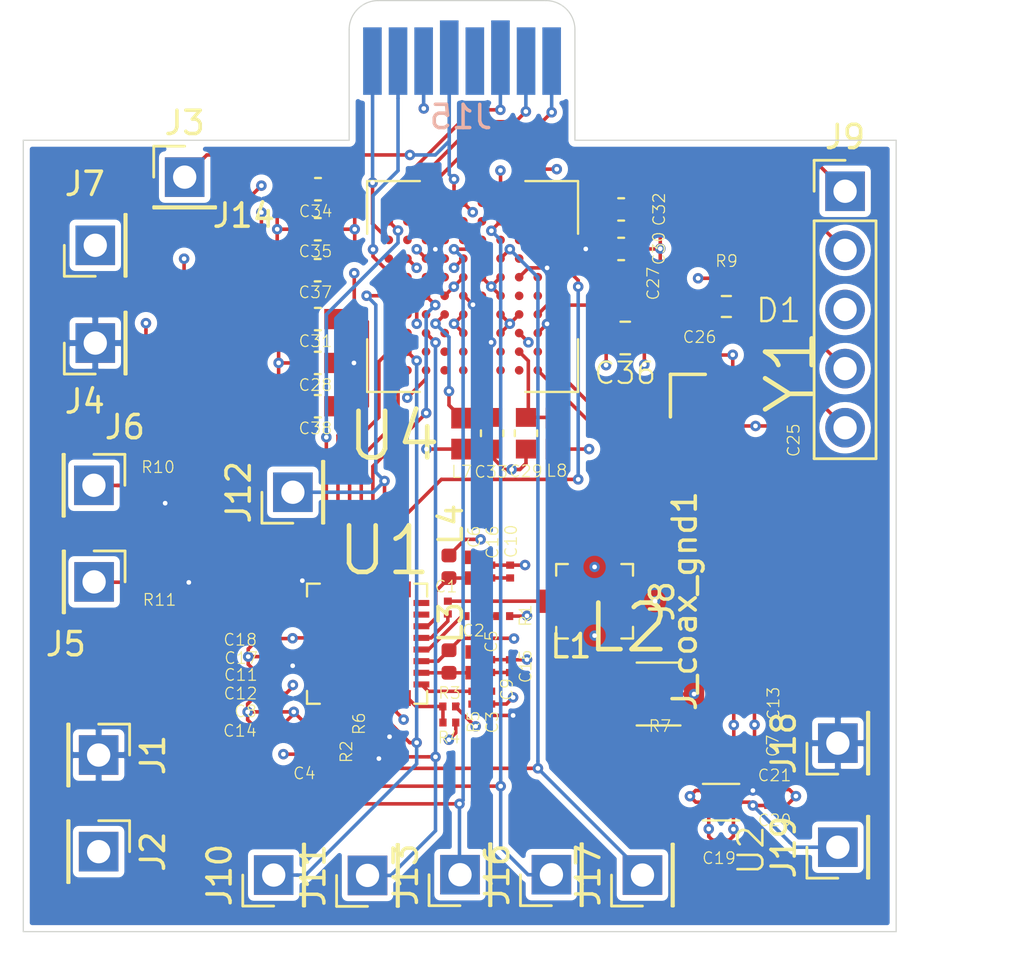
<source format=kicad_pcb>
(kicad_pcb (version 20171130) (host pcbnew "(5.1.0)-1")
  (layers (0 F.Cu signal) (1 In1.Cu signal) (2 In2.Cu signal) (31 B.Cu signal) (34 B.Paste user) (35 F.Paste user) (36 B.SilkS user) (37 F.SilkS user) (38 B.Mask user) (39 F.Mask user) (44 Edge.Cuts user))
  (net 0 "")
  (net 1 Earth)
  (net 2 "Net-(C2-Pad1)")
  (net 3 +1V8)
  (net 4 +3V3)
  (net 5 /OnBoardMCU/XOUT)
  (net 6 /OnBoardMCU/XIN)
  (net 7 /OnBoardMCU/VDDUTMIC)
  (net 8 /OnBoardMCU/VDDPLL)
  (net 9 +1V2)
  (net 10 "Net-(D1-Pad1)")
  (net 11 /OnBoardMCU/RED_LED)
  (net 12 /Connectors/SWDIO-Rec)
  (net 13 /Connectors/SWDCLK-Rec)
  (net 14 /OnBoardMCU/test5)
  (net 15 /OnBoardMCU/test4)
  (net 16 /OnBoardMCU/test3)
  (net 17 /OnBoardMCU/test2)
  (net 18 /OnBoardMCU/test1)
  (net 19 /OnBoardMCU/SDA)
  (net 20 /OnBoardMCU/SCL)
  (net 21 "Net-(U1-Pad32)")
  (net 22 "Net-(U1-Pad31)")
  (net 23 "Net-(U1-Pad30)")
  (net 24 "Net-(U1-Pad29)")
  (net 25 "Net-(U1-Pad17)")
  (net 26 "Net-(U1-Pad16)")
  (net 27 "Net-(U1-Pad15)")
  (net 28 /OnBoardMCU/FRAME_VALID)
  (net 29 /OnBoardMCU/LINE_VALID)
  (net 30 "Net-(U4-PadK7)")
  (net 31 "Net-(U4-PadK5)")
  (net 32 "Net-(U4-PadK2)")
  (net 33 "Net-(U4-PadJ7)")
  (net 34 "Net-(U4-PadJ6)")
  (net 35 "Net-(U4-PadJ5)")
  (net 36 "Net-(U4-PadJ2)")
  (net 37 "Net-(U4-PadH4)")
  (net 38 "Net-(U4-PadG3)")
  (net 39 "Net-(U4-PadF8)")
  (net 40 "Net-(U4-PadF7)")
  (net 41 "Net-(U4-PadF2)")
  (net 42 "Net-(U4-PadF1)")
  (net 43 "Net-(U4-PadE3)")
  (net 44 "Net-(U4-PadE1)")
  (net 45 "Net-(U4-PadD10)")
  (net 46 "Net-(U4-PadD9)")
  (net 47 "Net-(U4-PadD5)")
  (net 48 "Net-(U4-PadD1)")
  (net 49 "Net-(U4-PadC10)")
  (net 50 "Net-(U4-PadC9)")
  (net 51 "Net-(U4-PadB8)")
  (net 52 "Net-(U4-PadB2)")
  (net 53 "Net-(U4-PadB1)")
  (net 54 "Net-(U4-PadA10)")
  (net 55 "Net-(C1-Pad2)")
  (net 56 /Serializer/DOUT_P)
  (net 57 "Net-(C2-Pad2)")
  (net 58 /Serializer/PDB)
  (net 59 /Serializer/VDDPLL)
  (net 60 /Serializer/VDDCML)
  (net 61 +5V)
  (net 62 "Net-(J15-Pad4)")
  (net 63 "Net-(L1-Pad2)")
  (net 64 /Serializer/MODE)
  (net 65 /OnBoardMCU/SER_CLK)
  (net 66 /OnBoardMCU/PXL_CLK)
  (net 67 "Net-(U4-PadK10)")
  (net 68 "Net-(U4-PadK8)")
  (net 69 "Net-(U4-PadJ8)")
  (net 70 "Net-(U4-PadJ3)")
  (net 71 "Net-(U4-PadJ1)")
  (net 72 "Net-(U4-PadH8)")
  (net 73 "Net-(U4-PadH7)")
  (net 74 "Net-(U4-PadG10)")
  (net 75 "Net-(U4-PadG5)")
  (net 76 "Net-(U4-PadG2)")
  (net 77 "Net-(U4-PadE2)")
  (net 78 "Net-(U4-PadD8)")
  (net 79 "Net-(U4-PadC7)")
  (net 80 "Net-(U4-PadC1)")
  (net 81 "Net-(U4-PadB4)")
  (net 82 "Net-(U4-PadA9)")
  (net 83 "Net-(U4-PadA7)")
  (net 84 "Net-(U4-PadA4)")
  (net 85 "Net-(U4-PadA3)")
  (net 86 /OnBoardMCU/WXB_in1)
  (net 87 /OnBoardMCU/WXB_in0)
  (net 88 /OnBoardMCU/WXB_in3)
  (net 89 /OnBoardMCU/WXB_in2)
  (net 90 /OnBoardMCU/IMG_out7)
  (net 91 /OnBoardMCU/IMG_out6)
  (net 92 /OnBoardMCU/IMG_out5)
  (net 93 /OnBoardMCU/IMG_out4)
  (net 94 /OnBoardMCU/IMG_out3)
  (net 95 /OnBoardMCU/IMG_out2)
  (net 96 /OnBoardMCU/IMG_out1)
  (net 97 /OnBoardMCU/IMG_out0)
  (net 98 /OnBoardMCU/WXB_CLK)
  (net 99 /OnBoardMCU/WXB_CMD)
  (net 100 "Net-(U4-PadB7)")
  (net 101 "Net-(U4-PadB6)")
  (net 102 "Net-(U4-PadB5)")
  (net 103 "Net-(U4-PadA6)")
  (net 104 "Net-(U4-PadA5)")
  (module .Connector:1x8_microSD (layer B.Cu) (at 118.8 49.6 180)
    (fp_text reference J15 (at 0 -2.4 180) (layer B.SilkS) (effects (justify mirror)))
    (fp_text value Conn_01x08)
    (pad 8 smd rect (at 3.8 0 180) (size 0.8 2.9) (layers B.Cu B.Paste B.Mask) (net 86 /OnBoardMCU/WXB_in1))
    (pad 7 smd rect (at 2.7 0 180) (size 0.8 2.9) (layers B.Cu B.Paste B.Mask) (net 87 /OnBoardMCU/WXB_in0))
    (pad 6 smd rect (at 1.6 0 180) (size 0.8 2.9) (layers B.Cu B.Paste B.Mask) (net 1 Earth))
    (pad 5 smd rect (at 0.5 0.15 180) (size 0.8 3.2) (layers B.Cu B.Paste B.Mask) (net 98 /OnBoardMCU/WXB_CLK))
    (pad 4 smd rect (at -0.6 0 180) (size 0.8 2.9) (layers B.Cu B.Paste B.Mask) (net 62 "Net-(J15-Pad4)"))
    (pad 3 smd rect (at -1.7 0.15 180) (size 0.8 3.2) (layers B.Cu B.Paste B.Mask) (net 99 /OnBoardMCU/WXB_CMD))
    (pad 2 smd rect (at -2.8 0 180) (size 0.8 2.9) (layers B.Cu B.Paste B.Mask) (net 88 /OnBoardMCU/WXB_in3))
    (pad 1 smd rect (at -3.9 0 180) (size 0.8 2.9) (layers B.Cu B.Paste B.Mask) (net 89 /OnBoardMCU/WXB_in2))
  )
  (module .Connector:Conn_1x1_1mmx1mm_Pad (layer F.Cu) (at 127.14478 72.79894 90)
    (fp_text reference J_coax_gnd1 (at 0 1.27 90) (layer F.SilkS))
    (fp_text value Conn_01x01)
    (pad 1 smd rect (at 0 0 90) (size 2.5 2.5) (layers F.Cu F.Paste F.Mask) (net 1 Earth))
  )
  (module Connector_PinHeader_2.54mm:PinHeader_1x05_P2.54mm_Vertical (layer F.Cu) (at 135.3058 55.19166)
    (fp_text reference J9 (at 0 -2.33) (layer F.SilkS))
    (fp_text value Conn_01x05)
    (pad 5 thru_hole oval (at 0 10.16) (size 1.7 1.7) (drill 1) (layers *.Cu *.Mask) (net 14 /OnBoardMCU/test5))
    (pad 4 thru_hole oval (at 0 7.62) (size 1.7 1.7) (drill 1) (layers *.Cu *.Mask) (net 15 /OnBoardMCU/test4))
    (pad 3 thru_hole oval (at 0 5.08) (size 1.7 1.7) (drill 1) (layers *.Cu *.Mask) (net 16 /OnBoardMCU/test3))
    (pad 2 thru_hole oval (at 0 2.54) (size 1.7 1.7) (drill 1) (layers *.Cu *.Mask) (net 17 /OnBoardMCU/test2))
    (pad 1 thru_hole rect (at 0 0) (size 1.7 1.7) (drill 1) (layers *.Cu *.Mask) (net 18 /OnBoardMCU/test1))
  )
  (module Connector_PinHeader_2.54mm:PinHeader_1x01_P2.54mm_Vertical (layer F.Cu) (at 134.99592 83.37296 90)
    (fp_text reference J19 (at 0 -2.33 90) (layer F.SilkS))
    (fp_text value Conn_01x01)
    (pad 1 thru_hole rect (at 0 0 90) (size 1.7 1.7) (drill 1) (layers *.Cu *.Mask) (net 3 +1V8))
  )
  (module Connector_PinHeader_2.54mm:PinHeader_1x01_P2.54mm_Vertical (layer F.Cu) (at 134.99592 78.90256 90)
    (fp_text reference J18 (at 0 -2.33 90) (layer F.SilkS))
    (fp_text value Conn_01x01)
    (pad 1 thru_hole rect (at 0 0 90) (size 1.7 1.7) (drill 1) (layers *.Cu *.Mask) (net 4 +3V3))
  )
  (module Connector_PinHeader_2.54mm:PinHeader_1x01_P2.54mm_Vertical (layer F.Cu) (at 126.60122 84.5693 90)
    (fp_text reference J17 (at 0 -2.33 90) (layer F.SilkS))
    (fp_text value Conn_01x01)
    (pad 1 thru_hole rect (at 0 0 90) (size 1.7 1.7) (drill 1) (layers *.Cu *.Mask) (net 66 /OnBoardMCU/PXL_CLK))
  )
  (module Connector_PinHeader_2.54mm:PinHeader_1x01_P2.54mm_Vertical (layer F.Cu) (at 122.68962 84.55406 90)
    (fp_text reference J16 (at 0 -2.33 90) (layer F.SilkS))
    (fp_text value Conn_01x01)
    (pad 1 thru_hole rect (at 0 0 90) (size 1.7 1.7) (drill 1) (layers *.Cu *.Mask) (net 28 /OnBoardMCU/FRAME_VALID))
  )
  (module Connector_PinHeader_2.54mm:PinHeader_1x01_P2.54mm_Vertical (layer F.Cu) (at 118.76278 84.55406 90)
    (fp_text reference J13 (at 0 -2.33 90) (layer F.SilkS))
    (fp_text value Conn_01x01)
    (pad 1 thru_hole rect (at 0 0 90) (size 1.7 1.7) (drill 1) (layers *.Cu *.Mask) (net 29 /OnBoardMCU/LINE_VALID))
  )
  (module Connector_PinHeader_2.54mm:PinHeader_1x01_P2.54mm_Vertical (layer F.Cu) (at 111.5822 68.1228 90)
    (fp_text reference J12 (at 0 -2.33 90) (layer F.SilkS))
    (fp_text value Conn_01x01)
    (pad 1 thru_hole rect (at 0 0 90) (size 1.7 1.7) (drill 1) (layers *.Cu *.Mask) (net 97 /OnBoardMCU/IMG_out0))
  )
  (module Connector_PinHeader_2.54mm:PinHeader_1x01_P2.54mm_Vertical (layer F.Cu) (at 114.79022 84.58454 90)
    (fp_text reference J11 (at 0 -2.33 90) (layer F.SilkS))
    (fp_text value Conn_01x01)
    (pad 1 thru_hole rect (at 0 0 90) (size 1.7 1.7) (drill 1) (layers *.Cu *.Mask) (net 20 /OnBoardMCU/SCL))
  )
  (module Connector_PinHeader_2.54mm:PinHeader_1x01_P2.54mm_Vertical (layer F.Cu) (at 110.75924 84.5693 90)
    (fp_text reference J10 (at 0 -2.33 90) (layer F.SilkS))
    (fp_text value Conn_01x01)
    (pad 1 thru_hole rect (at 0 0 90) (size 1.7 1.7) (drill 1) (layers *.Cu *.Mask) (net 19 /OnBoardMCU/SDA))
  )
  (module Connector_PinHeader_2.54mm:PinHeader_1x01_P2.54mm_Vertical (layer F.Cu) (at 106.934 54.5846)
    (fp_text reference J3 (at 0 -2.33) (layer F.SilkS))
    (fp_text value Conn_01x01)
    (pad 1 thru_hole rect (at 0 0) (size 1.7 1.7) (drill 1) (layers *.Cu *.Mask) (net 98 /OnBoardMCU/WXB_CLK))
  )
  (module .Connector:U_FL-R-SMT_10_ (layer F.Cu) (at 124.74522 72.80656 270)
    (fp_text reference J8 (at 0 -2.7 270) (layer F.SilkS))
    (fp_text value Conn_Coaxial)
    (pad 1 smd rect (at 1.475 0.2 270) (size 1.05 2.2) (layers F.Cu F.Paste F.Mask) (net 1 Earth))
    (pad 1 smd rect (at -1.475 0.2 270) (size 1.05 2.2) (layers F.Cu F.Paste F.Mask) (net 1 Earth))
    (pad 2 smd rect (at 0 1.7 270) (size 1 2) (layers F.Cu F.Paste F.Mask) (net 56 /Serializer/DOUT_P))
  )
  (module .Resistor:R_0201_0603Metric_ERJ_L (layer F.Cu) (at 127.40454 78.93304 180)
    (fp_text reference R7)
    (fp_text value MMBT3904LP-7B)
    (fp_text user %R (at 0.05266 0.762 180) (layer F.SilkS) (effects (font (size 0.5 0.5) (thickness 0.05))))
    (pad 2 smd rect (at 0.275 0 180) (size 0.31 0.34) (layers F.Cu F.Paste F.Mask) (net 63 "Net-(L1-Pad2)"))
    (pad 1 smd rect (at -0.275 0 180) (size 0.31 0.34) (layers F.Cu F.Paste F.Mask) (net 61 +5V))
  )
  (module .Inductor:L_1210_3225Metric_L (layer F.Cu) (at 127.2931 76.79182)
    (fp_text reference L2)
    (fp_text value ADL3225V-470MT-TL000)
    (fp_text user %R (at -1.30302 -2.8448) (layer F.SilkS) (effects (font (size 2 2) (thickness 0.2))))
    (pad 2 smd rect (at 1.525 0) (size 0.87 2.62) (layers F.Cu F.Paste F.Mask) (net 61 +5V))
    (pad 1 smd rect (at -1.525 0) (size 0.87 2.62) (layers F.Cu F.Paste F.Mask) (net 63 "Net-(L1-Pad2)"))
  )
  (module Connector_PinHeader_2.54mm:PinHeader_1x01_P2.54mm_Vertical (layer F.Cu) (at 103.2383 83.5631 270)
    (fp_text reference J2 (at 0 -2.33 270) (layer F.SilkS))
    (fp_text value Conn_01x01)
    (pad 1 thru_hole rect (at 0 0 270) (size 1.7 1.7) (drill 1) (layers *.Cu *.Mask) (net 3 +1V8))
  )
  (module Connector_PinHeader_2.54mm:PinHeader_1x01_P2.54mm_Vertical (layer F.Cu) (at 103.2383 79.4131 270)
    (fp_text reference J1 (at 0 -2.33 270) (layer F.SilkS))
    (fp_text value Conn_01x01)
    (pad 1 thru_hole rect (at 0 0 270) (size 1.7 1.7) (drill 1) (layers *.Cu *.Mask) (net 4 +3V3))
  )
  (module .Inductor:L_0603_1608Metric_L (layer F.Cu) (at 122.8979 65.6036 270)
    (fp_text reference L8)
    (fp_text value BLM18PG471SN1D)
    (fp_text user %R (at 1.5921 -0.0254) (layer F.SilkS) (effects (font (size 0.52 0.52) (thickness 0.05))))
    (pad 2 smd rect (at 0.665 0 270) (size 0.89 0.92) (layers F.Cu F.Paste F.Mask) (net 9 +1V2))
    (pad 1 smd rect (at -0.665 0 270) (size 0.89 0.92) (layers F.Cu F.Paste F.Mask) (net 7 /OnBoardMCU/VDDUTMIC))
  )
  (module .Capacitor:C_0603_1608Metric_L (layer F.Cu) (at 121.59742 65.58788 270)
    (fp_text reference C29)
    (fp_text value GCJ188R71E104KA12D)
    (fp_text user %R (at 1.63322 0.00762) (layer F.SilkS) (effects (font (size 0.5 0.5) (thickness 0.05))))
    (pad 2 smd rect (at 0.68 0 270) (size 0.81 0.87) (layers F.Cu F.Paste F.Mask) (net 1 Earth))
    (pad 1 smd rect (at -0.68 0 270) (size 0.81 0.87) (layers F.Cu F.Paste F.Mask) (net 7 /OnBoardMCU/VDDUTMIC))
  )
  (module .Resistor:R_0201_0603Metric_ERJ_L (layer F.Cu) (at 114.5159 79.227 90)
    (fp_text reference R2)
    (fp_text value ERJ-1GEF3321C)
    (fp_text user %R (at -0.0464 -0.635 90) (layer F.SilkS) (effects (font (size 0.5 0.5) (thickness 0.05))))
    (pad 2 smd rect (at 0.275 0 90) (size 0.31 0.34) (layers F.Cu F.Paste F.Mask) (net 20 /OnBoardMCU/SCL))
    (pad 1 smd rect (at -0.275 0 90) (size 0.31 0.34) (layers F.Cu F.Paste F.Mask) (net 4 +3V3))
  )
  (module .Resistor:R_0201_0603Metric_ERJ_L (layer F.Cu) (at 120.6202 73.4441 180)
    (fp_text reference R1)
    (fp_text value ERJ-1GEF49R9C)
    (fp_text user %R (at -0.9569 0.0254 270) (layer F.SilkS) (effects (font (size 0.5 0.5) (thickness 0.05))))
    (pad 2 smd rect (at 0.275 0 180) (size 0.31 0.34) (layers F.Cu F.Paste F.Mask) (net 2 "Net-(C2-Pad1)"))
    (pad 1 smd rect (at -0.275 0 180) (size 0.31 0.34) (layers F.Cu F.Paste F.Mask) (net 1 Earth))
  )
  (module Inductor_SMD:L_0402_1005Metric (layer F.Cu) (at 118.2873 71.3249 90)
    (fp_text reference L4 (at 1.8178 0.0767 90) (layer F.SilkS))
    (fp_text value BLM15HD102SN1D)
    (pad 2 smd roundrect (at 0.485 0 90) (size 0.59 0.64) (layers F.Cu F.Paste F.Mask) (net 3 +1V8))
    (pad 1 smd roundrect (at -0.485 0 90) (size 0.59 0.64) (layers F.Cu F.Paste F.Mask) (net 60 /Serializer/VDDCML))
  )
  (module .Resistor:R_0201_0603Metric_ERJ_L (layer F.Cu) (at 115.0239 78.0542 90)
    (fp_text reference R6)
    (fp_text value ERJ-1GEF3321C)
    (fp_text user %R (at -0.0127 -0.5969 90) (layer F.SilkS) (effects (font (size 0.5 0.5) (thickness 0.05))))
    (pad 2 smd rect (at 0.275 0 90) (size 0.31 0.34) (layers F.Cu F.Paste F.Mask) (net 19 /OnBoardMCU/SDA))
    (pad 1 smd rect (at -0.275 0 90) (size 0.31 0.34) (layers F.Cu F.Paste F.Mask) (net 4 +3V3))
  )
  (module .Resistor:R_0201_0603Metric_ERJ_L (layer F.Cu) (at 119.2911 76.9493 90)
    (fp_text reference R5)
    (fp_text value ERJ-1GEF1002C)
    (fp_text user %R (at -1.0414 0.0508 90) (layer F.SilkS) (effects (font (size 0.5 0.5) (thickness 0.05))))
    (pad 2 smd rect (at 0.275 0 90) (size 0.31 0.34) (layers F.Cu F.Paste F.Mask) (net 58 /Serializer/PDB))
    (pad 1 smd rect (at -0.275 0 90) (size 0.31 0.34) (layers F.Cu F.Paste F.Mask) (net 4 +3V3))
  )
  (module .Resistor:R_0201_0603Metric_ERJ_L (layer F.Cu) (at 118.2996 77.3256 180)
    (fp_text reference R3)
    (fp_text value ERJ-1GEF1002C)
    (fp_text user %R (at -0.0136 0.5795 180) (layer F.SilkS) (effects (font (size 0.5 0.5) (thickness 0.05))))
    (pad 2 smd rect (at 0.275 0 180) (size 0.31 0.34) (layers F.Cu F.Paste F.Mask) (net 64 /Serializer/MODE))
    (pad 1 smd rect (at -0.275 0 180) (size 0.31 0.34) (layers F.Cu F.Paste F.Mask) (net 3 +1V8))
  )
  (module .Capacitor:C_0201_0603Metric_L (layer F.Cu) (at 110.6214 77.5589 180)
    (fp_text reference C8)
    (fp_text value GRM033R61A104ME15D)
    (fp_text user %R (at 1.0712 0.0254) (layer F.SilkS) (effects (font (size 0.5 0.5) (thickness 0.05))))
    (pad 2 smd rect (at 0.275 0 180) (size 0.31 0.34) (layers F.Cu F.Paste F.Mask) (net 1 Earth))
    (pad 1 smd rect (at -0.275 0 180) (size 0.31 0.34) (layers F.Cu F.Paste F.Mask) (net 3 +1V8))
  )
  (module .Package_QFN:QFN_33_P50_500X500X80L40X24T310L (layer F.Cu) (at 114.77 74.63)
    (fp_text reference U1)
    (fp_text value DS90UB933-Q1)
    (fp_text user %R (at 0.75 -4) (layer F.SilkS) (effects (font (size 2 2) (thickness 0.2))))
    (pad 1 smd rect (at -1.75 2.335 90) (size 0.68 0.26) (layers F.Cu F.Paste F.Mask) (net 29 /OnBoardMCU/LINE_VALID))
    (pad 2 smd rect (at -1.25 2.335 90) (size 0.68 0.26) (layers F.Cu F.Paste F.Mask) (net 28 /OnBoardMCU/FRAME_VALID))
    (pad 3 smd rect (at -0.75 2.335 90) (size 0.68 0.26) (layers F.Cu F.Paste F.Mask) (net 66 /OnBoardMCU/PXL_CLK))
    (pad 4 smd rect (at -0.25 2.335 90) (size 0.68 0.26) (layers F.Cu F.Paste F.Mask) (net 20 /OnBoardMCU/SCL))
    (pad 5 smd rect (at 0.25 2.335 90) (size 0.68 0.26) (layers F.Cu F.Paste F.Mask) (net 19 /OnBoardMCU/SDA))
    (pad 6 smd rect (at 0.75 2.335 90) (size 0.68 0.26) (layers F.Cu F.Paste F.Mask) (net 1 Earth))
    (pad 7 smd rect (at 1.25 2.335 90) (size 0.68 0.26) (layers F.Cu F.Paste F.Mask) (net 1 Earth))
    (pad 8 smd rect (at 1.75 2.335 90) (size 0.68 0.26) (layers F.Cu F.Paste F.Mask) (net 64 /Serializer/MODE))
    (pad 9 smd rect (at 2.335 1.75) (size 0.68 0.26) (layers F.Cu F.Paste F.Mask) (net 58 /Serializer/PDB))
    (pad 10 smd rect (at 2.335 1.25) (size 0.68 0.26) (layers F.Cu F.Paste F.Mask) (net 59 /Serializer/VDDPLL))
    (pad 11 smd rect (at 2.335 0.75) (size 0.68 0.26) (layers F.Cu F.Paste F.Mask) (net 3 +1V8))
    (pad 12 smd rect (at 2.335 0.25) (size 0.68 0.26) (layers F.Cu F.Paste F.Mask) (net 57 "Net-(C2-Pad2)"))
    (pad 13 smd rect (at 2.335 -0.25) (size 0.68 0.26) (layers F.Cu F.Paste F.Mask) (net 55 "Net-(C1-Pad2)"))
    (pad 14 smd rect (at 2.335 -0.75) (size 0.68 0.26) (layers F.Cu F.Paste F.Mask) (net 60 /Serializer/VDDCML))
    (pad 15 smd rect (at 2.335 -1.25) (size 0.68 0.26) (layers F.Cu F.Paste F.Mask) (net 27 "Net-(U1-Pad15)"))
    (pad 16 smd rect (at 2.335 -1.75) (size 0.68 0.26) (layers F.Cu F.Paste F.Mask) (net 26 "Net-(U1-Pad16)"))
    (pad 17 smd rect (at 1.75 -2.335 90) (size 0.68 0.26) (layers F.Cu F.Paste F.Mask) (net 25 "Net-(U1-Pad17)"))
    (pad 18 smd rect (at 1.25 -2.335 90) (size 0.68 0.26) (layers F.Cu F.Paste F.Mask) (net 65 /OnBoardMCU/SER_CLK))
    (pad 19 smd rect (at 0.75 -2.335 90) (size 0.68 0.26) (layers F.Cu F.Paste F.Mask) (net 97 /OnBoardMCU/IMG_out0))
    (pad 20 smd rect (at 0.25 -2.335 90) (size 0.68 0.26) (layers F.Cu F.Paste F.Mask) (net 96 /OnBoardMCU/IMG_out1))
    (pad 21 smd rect (at -0.25 -2.335 90) (size 0.68 0.26) (layers F.Cu F.Paste F.Mask) (net 95 /OnBoardMCU/IMG_out2))
    (pad 22 smd rect (at -0.75 -2.335 90) (size 0.68 0.26) (layers F.Cu F.Paste F.Mask) (net 94 /OnBoardMCU/IMG_out3))
    (pad 23 smd rect (at -1.25 -2.335 90) (size 0.68 0.26) (layers F.Cu F.Paste F.Mask) (net 93 /OnBoardMCU/IMG_out4))
    (pad 24 smd rect (at -1.75 -2.335 90) (size 0.68 0.26) (layers F.Cu F.Paste F.Mask) (net 92 /OnBoardMCU/IMG_out5))
    (pad 25 smd rect (at -2.335 -1.75) (size 0.68 0.26) (layers F.Cu F.Paste F.Mask) (net 4 +3V3))
    (pad 26 smd rect (at -2.335 -1.25) (size 0.68 0.26) (layers F.Cu F.Paste F.Mask) (net 91 /OnBoardMCU/IMG_out6))
    (pad 27 smd rect (at -2.335 -0.75) (size 0.68 0.26) (layers F.Cu F.Paste F.Mask) (net 90 /OnBoardMCU/IMG_out7))
    (pad 28 smd rect (at -2.335 -0.25) (size 0.68 0.26) (layers F.Cu F.Paste F.Mask) (net 3 +1V8))
    (pad 29 smd rect (at -2.335 0.25) (size 0.68 0.26) (layers F.Cu F.Paste F.Mask) (net 24 "Net-(U1-Pad29)"))
    (pad 30 smd rect (at -2.335 0.75) (size 0.68 0.26) (layers F.Cu F.Paste F.Mask) (net 23 "Net-(U1-Pad30)"))
    (pad 31 smd rect (at -2.335 1.25) (size 0.68 0.26) (layers F.Cu F.Paste F.Mask) (net 22 "Net-(U1-Pad31)"))
    (pad 32 smd rect (at -2.335 1.75) (size 0.68 0.26) (layers F.Cu F.Paste F.Mask) (net 21 "Net-(U1-Pad32)"))
    (pad 33 smd rect (at 0 0) (size 3.1 3.1) (layers F.Cu F.Paste F.Mask) (net 1 Earth))
  )
  (module .Resistor:R_0201_0603Metric_ERJ_L (layer F.Cu) (at 118.3046 78.0156)
    (fp_text reference R4)
    (fp_text value ERJ-1GEF1003C)
    (fp_text user %R (at -0.0168 0.6482) (layer F.SilkS) (effects (font (size 0.5 0.5) (thickness 0.05))))
    (pad 2 smd rect (at 0.275 0) (size 0.31 0.34) (layers F.Cu F.Paste F.Mask) (net 1 Earth))
    (pad 1 smd rect (at -0.275 0) (size 0.31 0.34) (layers F.Cu F.Paste F.Mask) (net 64 /Serializer/MODE))
  )
  (module Inductor_SMD:L_0402_1005Metric (layer F.Cu) (at 118.29 75.395 90)
    (fp_text reference L3 (at 1.6715 0.074 270) (layer F.SilkS))
    (fp_text value BLM15HD102SN1D)
    (pad 2 smd roundrect (at 0.485 0 90) (size 0.59 0.64) (layers F.Cu F.Paste F.Mask) (net 3 +1V8))
    (pad 1 smd roundrect (at -0.485 0 90) (size 0.59 0.64) (layers F.Cu F.Paste F.Mask) (net 59 /Serializer/VDDPLL))
  )
  (module .Capacitor:C_0201_0603Metric_L (layer F.Cu) (at 110.617 74.4093 180)
    (fp_text reference C18)
    (fp_text value GRM033R71A103KA01D)
    (fp_text user %R (at 1.2954 -0.0508) (layer F.SilkS) (effects (font (size 0.5 0.5) (thickness 0.05))))
    (pad 2 smd rect (at 0.275 0 180) (size 0.31 0.34) (layers F.Cu F.Paste F.Mask) (net 1 Earth))
    (pad 1 smd rect (at -0.275 0 180) (size 0.31 0.34) (layers F.Cu F.Paste F.Mask) (net 3 +1V8))
  )
  (module .Capacitor:C_0201_0603Metric_L (layer F.Cu) (at 120.1073 71.5299 90)
    (fp_text reference C16)
    (fp_text value GRM033R71A103KA01D)
    (fp_text user %R (at 1.2608 0.0474 90) (layer F.SilkS) (effects (font (size 0.5 0.5) (thickness 0.05))))
    (pad 2 smd rect (at 0.275 0 90) (size 0.31 0.34) (layers F.Cu F.Paste F.Mask) (net 1 Earth))
    (pad 1 smd rect (at -0.275 0 90) (size 0.31 0.34) (layers F.Cu F.Paste F.Mask) (net 60 /Serializer/VDDCML))
  )
  (module .Capacitor:C_0201_0603Metric_L (layer F.Cu) (at 110.617 75.184 180)
    (fp_text reference C17)
    (fp_text value GRM033R71A103KA01D)
    (fp_text user %R (at 1.2573 -0.0635) (layer F.SilkS) (effects (font (size 0.5 0.5) (thickness 0.05))))
    (pad 2 smd rect (at 0.275 0 180) (size 0.31 0.34) (layers F.Cu F.Paste F.Mask) (net 1 Earth))
    (pad 1 smd rect (at -0.275 0 180) (size 0.31 0.34) (layers F.Cu F.Paste F.Mask) (net 4 +3V3))
  )
  (module .Capacitor:C_0201_0603Metric_L (layer F.Cu) (at 110.6297 78.359 180)
    (fp_text reference C14)
    (fp_text value GRM033R71A103KA01D)
    (fp_text user %R (at 1.3208 -0.0127) (layer F.SilkS) (effects (font (size 0.5 0.5) (thickness 0.05))))
    (pad 2 smd rect (at 0.275 0 180) (size 0.31 0.34) (layers F.Cu F.Paste F.Mask) (net 1 Earth))
    (pad 1 smd rect (at -0.275 0 180) (size 0.31 0.34) (layers F.Cu F.Paste F.Mask) (net 3 +1V8))
  )
  (module .Capacitor:C_0201_0603Metric_L (layer F.Cu) (at 120.904 75.5948 90)
    (fp_text reference C15)
    (fp_text value GRM033R71A103KA01D)
    (fp_text user %R (at -0.0083 0.6731 90) (layer F.SilkS) (effects (font (size 0.5 0.5) (thickness 0.05))))
    (pad 2 smd rect (at 0.275 0 90) (size 0.31 0.34) (layers F.Cu F.Paste F.Mask) (net 1 Earth))
    (pad 1 smd rect (at -0.275 0 90) (size 0.31 0.34) (layers F.Cu F.Paste F.Mask) (net 59 /Serializer/VDDPLL))
  )
  (module .Capacitor:C_0201_0603Metric_L (layer F.Cu) (at 110.617 76.7588 180)
    (fp_text reference C12)
    (fp_text value GRM033R61A104ME15D)
    (fp_text user %R (at 1.2827 -0.0127) (layer F.SilkS) (effects (font (size 0.5 0.5) (thickness 0.05))))
    (pad 2 smd rect (at 0.275 0 180) (size 0.31 0.34) (layers F.Cu F.Paste F.Mask) (net 1 Earth))
    (pad 1 smd rect (at -0.275 0 180) (size 0.31 0.34) (layers F.Cu F.Paste F.Mask) (net 3 +1V8))
  )
  (module .Capacitor:C_0201_0603Metric_L (layer F.Cu) (at 110.617 75.9714 180)
    (fp_text reference C11)
    (fp_text value GRM033R61A104ME15D)
    (fp_text user %R (at 1.27 0) (layer F.SilkS) (effects (font (size 0.5 0.5) (thickness 0.05))))
    (pad 2 smd rect (at 0.275 0 180) (size 0.31 0.34) (layers F.Cu F.Paste F.Mask) (net 1 Earth))
    (pad 1 smd rect (at -0.275 0 180) (size 0.31 0.34) (layers F.Cu F.Paste F.Mask) (net 4 +3V3))
  )
  (module .Capacitor:C_0201_0603Metric_L (layer F.Cu) (at 120.9173 71.5299 90)
    (fp_text reference C10)
    (fp_text value GRM033R61A104ME15D)
    (fp_text user %R (at 1.2989 0.0375 90) (layer F.SilkS) (effects (font (size 0.5 0.5) (thickness 0.05))))
    (pad 2 smd rect (at 0.275 0 90) (size 0.31 0.34) (layers F.Cu F.Paste F.Mask) (net 1 Earth))
    (pad 1 smd rect (at -0.275 0 90) (size 0.31 0.34) (layers F.Cu F.Paste F.Mask) (net 60 /Serializer/VDDCML))
  )
  (module .Capacitor:C_0201_0603Metric_L (layer F.Cu) (at 120.1039 75.5904 90)
    (fp_text reference C9)
    (fp_text value GRM033R61A104ME15D)
    (fp_text user %R (at -1.0033 0.6731 90) (layer F.SilkS) (effects (font (size 0.5 0.5) (thickness 0.05))))
    (pad 2 smd rect (at 0.275 0 90) (size 0.31 0.34) (layers F.Cu F.Paste F.Mask) (net 1 Earth))
    (pad 1 smd rect (at -0.275 0 90) (size 0.31 0.34) (layers F.Cu F.Paste F.Mask) (net 59 /Serializer/VDDPLL))
  )
  (module .Capacitor:C_0402_1005Metric_L (layer F.Cu) (at 119.2873 71.3649 90)
    (fp_text reference C6)
    (fp_text value GRJ155R60J106ME11D)
    (fp_text user %R (at 1.3244 0.08 270) (layer F.SilkS) (effects (font (size 0.5 0.5) (thickness 0.05))))
    (pad 2 smd rect (at 0.445 0 90) (size 0.58 0.63) (layers F.Cu F.Paste F.Mask) (net 1 Earth))
    (pad 1 smd rect (at -0.445 0 90) (size 0.58 0.63) (layers F.Cu F.Paste F.Mask) (net 60 /Serializer/VDDCML))
  )
  (module .Capacitor:C_0402_1005Metric_L (layer F.Cu) (at 119.31 75.43 90)
    (fp_text reference C5)
    (fp_text value GRM155R60J475ME47D)
    (fp_text user %R (at 0.8937 0.7939 90) (layer F.SilkS) (effects (font (size 0.5 0.5) (thickness 0.05))))
    (pad 2 smd rect (at 0.445 0 90) (size 0.58 0.63) (layers F.Cu F.Paste F.Mask) (net 1 Earth))
    (pad 1 smd rect (at -0.445 0 90) (size 0.58 0.63) (layers F.Cu F.Paste F.Mask) (net 59 /Serializer/VDDPLL))
  )
  (module .Capacitor:C_0402_1005Metric_L (layer F.Cu) (at 112.0775 78.9305 270)
    (fp_text reference C4)
    (fp_text value GRM155R60J475ME47D)
    (fp_text user %R (at 1.27 0) (layer F.SilkS) (effects (font (size 0.5 0.5) (thickness 0.05))))
    (pad 2 smd rect (at 0.445 0 270) (size 0.58 0.63) (layers F.Cu F.Paste F.Mask) (net 1 Earth))
    (pad 1 smd rect (at -0.445 0 270) (size 0.58 0.63) (layers F.Cu F.Paste F.Mask) (net 3 +1V8))
  )
  (module .Capacitor:C_0201_0603Metric_L (layer F.Cu) (at 120.1039 76.9449 270)
    (fp_text reference C3)
    (fp_text value GRM033R61A105ME15D)
    (fp_text user %R (at 1.0585 -0.0381 270) (layer F.SilkS) (effects (font (size 0.5 0.5) (thickness 0.05))))
    (pad 2 smd rect (at 0.275 0 270) (size 0.31 0.34) (layers F.Cu F.Paste F.Mask) (net 1 Earth))
    (pad 1 smd rect (at -0.275 0 270) (size 0.31 0.34) (layers F.Cu F.Paste F.Mask) (net 58 /Serializer/PDB))
  )
  (module .Capacitor:C_0201_0603Metric_L (layer F.Cu) (at 119.2911 73.4441 180)
    (fp_text reference C2)
    (fp_text value GRM033R61C473KE84D)
    (fp_text user %R (at -0.0508 -0.6223 180) (layer F.SilkS) (effects (font (size 0.5 0.5) (thickness 0.05))))
    (pad 2 smd rect (at 0.275 0 180) (size 0.31 0.34) (layers F.Cu F.Paste F.Mask) (net 57 "Net-(C2-Pad2)"))
    (pad 1 smd rect (at -0.275 0 180) (size 0.31 0.34) (layers F.Cu F.Paste F.Mask) (net 2 "Net-(C2-Pad1)"))
  )
  (module .Capacitor:C_0201_0603Metric_L (layer F.Cu) (at 118.23954 73.07766 270)
    (fp_text reference C1)
    (fp_text value GRM033R61A104ME15D)
    (fp_text user %R (at -0.9017 0.0762) (layer F.SilkS) (effects (font (size 0.5 0.5) (thickness 0.05))))
    (pad 2 smd rect (at 0.275 0 270) (size 0.31 0.34) (layers F.Cu F.Paste F.Mask) (net 55 "Net-(C1-Pad2)"))
    (pad 1 smd rect (at -0.275 0 270) (size 0.31 0.34) (layers F.Cu F.Paste F.Mask) (net 56 /Serializer/DOUT_P))
  )
  (module .Oscillator:OSCCC320X250X100L80X100 (layer F.Cu) (at 129.63144 65.26784 270)
    (fp_text reference Y1)
    (fp_text value ABM8G-12.000MHZ-4Y-T3)
    (fp_text user %R (at -2.32664 -3.32486 90) (layer F.SilkS) (effects (font (size 2 2) (thickness 0.2))))
    (pad 4 smd rect (at -1.1 -0.85) (size 1.2 1.4) (layers F.Cu F.Paste F.Mask) (net 1 Earth))
    (pad 3 smd rect (at 1.1 -0.85) (size 1.2 1.4) (layers F.Cu F.Paste F.Mask) (net 5 /OnBoardMCU/XOUT))
    (pad 2 smd rect (at 1.1 0.85) (size 1.2 1.4) (layers F.Cu F.Paste F.Mask) (net 1 Earth))
    (pad 1 smd rect (at -1.1 0.85) (size 1.2 1.4) (layers F.Cu F.Paste F.Mask) (net 6 /OnBoardMCU/XIN))
  )
  (module .Package_BGA:BGA_100_CP80_10X10_900X900X110B40L (layer F.Cu) (at 119.3038 59.2836 180)
    (fp_text reference U4)
    (fp_text value ATSAME70N21A-CN)
    (fp_text user %R (at 3.3782 -6.4262 180) (layer F.SilkS) (effects (font (size 2 2) (thickness 0.2))))
    (pad K10 smd circle (at 3.6 3.6 180) (size 0.37 0.37) (layers F.Cu F.Paste F.Mask) (net 67 "Net-(U4-PadK10)"))
    (pad K9 smd circle (at 2.8 3.6 180) (size 0.37 0.37) (layers F.Cu F.Paste F.Mask) (net 99 /OnBoardMCU/WXB_CMD))
    (pad K8 smd circle (at 2 3.6 180) (size 0.37 0.37) (layers F.Cu F.Paste F.Mask) (net 68 "Net-(U4-PadK8)"))
    (pad K7 smd circle (at 1.2 3.6 180) (size 0.37 0.37) (layers F.Cu F.Paste F.Mask) (net 30 "Net-(U4-PadK7)"))
    (pad K6 smd circle (at 0.4 3.6 180) (size 0.37 0.37) (layers F.Cu F.Paste F.Mask) (net 91 /OnBoardMCU/IMG_out6))
    (pad K5 smd circle (at -0.4 3.6 180) (size 0.37 0.37) (layers F.Cu F.Paste F.Mask) (net 31 "Net-(U4-PadK5)"))
    (pad K4 smd circle (at -1.2 3.6 180) (size 0.37 0.37) (layers F.Cu F.Paste F.Mask) (net 90 /OnBoardMCU/IMG_out7))
    (pad K3 smd circle (at -2 3.6 180) (size 0.37 0.37) (layers F.Cu F.Paste F.Mask) (net 17 /OnBoardMCU/test2))
    (pad K2 smd circle (at -2.8 3.6 180) (size 0.37 0.37) (layers F.Cu F.Paste F.Mask) (net 32 "Net-(U4-PadK2)"))
    (pad K1 smd circle (at -3.6 3.6 180) (size 0.37 0.37) (layers F.Cu F.Paste F.Mask) (net 18 /OnBoardMCU/test1))
    (pad J10 smd circle (at 3.6 2.8 180) (size 0.37 0.37) (layers F.Cu F.Paste F.Mask) (net 92 /OnBoardMCU/IMG_out5))
    (pad J9 smd circle (at 2.8 2.8 180) (size 0.37 0.37) (layers F.Cu F.Paste F.Mask) (net 88 /OnBoardMCU/WXB_in3))
    (pad J8 smd circle (at 2 2.8 180) (size 0.37 0.37) (layers F.Cu F.Paste F.Mask) (net 69 "Net-(U4-PadJ8)"))
    (pad J7 smd circle (at 1.2 2.8 180) (size 0.37 0.37) (layers F.Cu F.Paste F.Mask) (net 33 "Net-(U4-PadJ7)"))
    (pad J6 smd circle (at 0.4 2.8 180) (size 0.37 0.37) (layers F.Cu F.Paste F.Mask) (net 34 "Net-(U4-PadJ6)"))
    (pad J5 smd circle (at -0.4 2.8 180) (size 0.37 0.37) (layers F.Cu F.Paste F.Mask) (net 35 "Net-(U4-PadJ5)"))
    (pad J4 smd circle (at -1.2 2.8 180) (size 0.37 0.37) (layers F.Cu F.Paste F.Mask) (net 28 /OnBoardMCU/FRAME_VALID))
    (pad J3 smd circle (at -2 2.8 180) (size 0.37 0.37) (layers F.Cu F.Paste F.Mask) (net 70 "Net-(U4-PadJ3)"))
    (pad J2 smd circle (at -2.8 2.8 180) (size 0.37 0.37) (layers F.Cu F.Paste F.Mask) (net 36 "Net-(U4-PadJ2)"))
    (pad J1 smd circle (at -3.6 2.8 180) (size 0.37 0.37) (layers F.Cu F.Paste F.Mask) (net 71 "Net-(U4-PadJ1)"))
    (pad H10 smd circle (at 3.6 2 180) (size 0.37 0.37) (layers F.Cu F.Paste F.Mask) (net 86 /OnBoardMCU/WXB_in1))
    (pad H9 smd circle (at 2.8 2 180) (size 0.37 0.37) (layers F.Cu F.Paste F.Mask) (net 89 /OnBoardMCU/WXB_in2))
    (pad H8 smd circle (at 2 2 180) (size 0.37 0.37) (layers F.Cu F.Paste F.Mask) (net 72 "Net-(U4-PadH8)"))
    (pad H7 smd circle (at 1.2 2 180) (size 0.37 0.37) (layers F.Cu F.Paste F.Mask) (net 73 "Net-(U4-PadH7)"))
    (pad H6 smd circle (at 0.4 2 180) (size 0.37 0.37) (layers F.Cu F.Paste F.Mask) (net 98 /OnBoardMCU/WXB_CLK))
    (pad H5 smd circle (at -0.4 2 180) (size 0.37 0.37) (layers F.Cu F.Paste F.Mask) (net 29 /OnBoardMCU/LINE_VALID))
    (pad H4 smd circle (at -1.2 2 180) (size 0.37 0.37) (layers F.Cu F.Paste F.Mask) (net 37 "Net-(U4-PadH4)"))
    (pad H3 smd circle (at -2 2 180) (size 0.37 0.37) (layers F.Cu F.Paste F.Mask) (net 16 /OnBoardMCU/test3))
    (pad H2 smd circle (at -2.8 2 180) (size 0.37 0.37) (layers F.Cu F.Paste F.Mask) (net 14 /OnBoardMCU/test5))
    (pad H1 smd circle (at -3.6 2 180) (size 0.37 0.37) (layers F.Cu F.Paste F.Mask) (net 15 /OnBoardMCU/test4))
    (pad G10 smd circle (at 3.6 1.2 180) (size 0.37 0.37) (layers F.Cu F.Paste F.Mask) (net 74 "Net-(U4-PadG10)"))
    (pad G9 smd circle (at 2.8 1.2 180) (size 0.37 0.37) (layers F.Cu F.Paste F.Mask) (net 93 /OnBoardMCU/IMG_out4))
    (pad G8 smd circle (at 2 1.2 180) (size 0.37 0.37) (layers F.Cu F.Paste F.Mask) (net 12 /Connectors/SWDIO-Rec))
    (pad G7 smd circle (at 1.2 1.2 180) (size 0.37 0.37) (layers F.Cu F.Paste F.Mask) (net 4 +3V3))
    (pad G6 smd circle (at 0.4 1.2 180) (size 0.37 0.37) (layers F.Cu F.Paste F.Mask) (net 9 +1V2))
    (pad G5 smd circle (at -0.4 1.2 180) (size 0.37 0.37) (layers F.Cu F.Paste F.Mask) (net 75 "Net-(U4-PadG5)"))
    (pad G4 smd circle (at -1.2 1.2 180) (size 0.37 0.37) (layers F.Cu F.Paste F.Mask) (net 66 /OnBoardMCU/PXL_CLK))
    (pad G3 smd circle (at -2 1.2 180) (size 0.37 0.37) (layers F.Cu F.Paste F.Mask) (net 38 "Net-(U4-PadG3)"))
    (pad G2 smd circle (at -2.8 1.2 180) (size 0.37 0.37) (layers F.Cu F.Paste F.Mask) (net 76 "Net-(U4-PadG2)"))
    (pad G1 smd circle (at -3.6 1.2 180) (size 0.37 0.37) (layers F.Cu F.Paste F.Mask) (net 65 /OnBoardMCU/SER_CLK))
    (pad F10 smd circle (at 3.6 0.4 180) (size 0.37 0.37) (layers F.Cu F.Paste F.Mask) (net 95 /OnBoardMCU/IMG_out2))
    (pad F9 smd circle (at 2.8 0.4 180) (size 0.37 0.37) (layers F.Cu F.Paste F.Mask) (net 87 /OnBoardMCU/WXB_in0))
    (pad F8 smd circle (at 2 0.4 180) (size 0.37 0.37) (layers F.Cu F.Paste F.Mask) (net 39 "Net-(U4-PadF8)"))
    (pad F7 smd circle (at 1.2 0.4 180) (size 0.37 0.37) (layers F.Cu F.Paste F.Mask) (net 40 "Net-(U4-PadF7)"))
    (pad F6 smd circle (at 0.4 0.4 180) (size 0.37 0.37) (layers F.Cu F.Paste F.Mask) (net 1 Earth))
    (pad F5 smd circle (at -0.4 0.4 180) (size 0.37 0.37) (layers F.Cu F.Paste F.Mask) (net 1 Earth))
    (pad F4 smd circle (at -1.2 0.4 180) (size 0.37 0.37) (layers F.Cu F.Paste F.Mask) (net 1 Earth))
    (pad F3 smd circle (at -2 0.4 180) (size 0.37 0.37) (layers F.Cu F.Paste F.Mask) (net 4 +3V3))
    (pad F2 smd circle (at -2.8 0.4 180) (size 0.37 0.37) (layers F.Cu F.Paste F.Mask) (net 41 "Net-(U4-PadF2)"))
    (pad F1 smd circle (at -3.6 0.4 180) (size 0.37 0.37) (layers F.Cu F.Paste F.Mask) (net 42 "Net-(U4-PadF1)"))
    (pad E10 smd circle (at 3.6 -0.4 180) (size 0.37 0.37) (layers F.Cu F.Paste F.Mask) (net 97 /OnBoardMCU/IMG_out0))
    (pad E9 smd circle (at 2.8 -0.4 180) (size 0.37 0.37) (layers F.Cu F.Paste F.Mask) (net 13 /Connectors/SWDCLK-Rec))
    (pad E8 smd circle (at 2 -0.4 180) (size 0.37 0.37) (layers F.Cu F.Paste F.Mask) (net 96 /OnBoardMCU/IMG_out1))
    (pad E7 smd circle (at 1.2 -0.4 180) (size 0.37 0.37) (layers F.Cu F.Paste F.Mask) (net 1 Earth))
    (pad E6 smd circle (at 0.4 -0.4 180) (size 0.37 0.37) (layers F.Cu F.Paste F.Mask) (net 4 +3V3))
    (pad E5 smd circle (at -0.4 -0.4 180) (size 0.37 0.37) (layers F.Cu F.Paste F.Mask) (net 4 +3V3))
    (pad E4 smd circle (at -1.2 -0.4 180) (size 0.37 0.37) (layers F.Cu F.Paste F.Mask) (net 1 Earth))
    (pad E3 smd circle (at -2 -0.4 180) (size 0.37 0.37) (layers F.Cu F.Paste F.Mask) (net 43 "Net-(U4-PadE3)"))
    (pad E2 smd circle (at -2.8 -0.4 180) (size 0.37 0.37) (layers F.Cu F.Paste F.Mask) (net 77 "Net-(U4-PadE2)"))
    (pad E1 smd circle (at -3.6 -0.4 180) (size 0.37 0.37) (layers F.Cu F.Paste F.Mask) (net 44 "Net-(U4-PadE1)"))
    (pad D10 smd circle (at 3.6 -1.2 180) (size 0.37 0.37) (layers F.Cu F.Paste F.Mask) (net 45 "Net-(U4-PadD10)"))
    (pad D9 smd circle (at 2.8 -1.2 180) (size 0.37 0.37) (layers F.Cu F.Paste F.Mask) (net 46 "Net-(U4-PadD9)"))
    (pad D8 smd circle (at 2 -1.2 180) (size 0.37 0.37) (layers F.Cu F.Paste F.Mask) (net 78 "Net-(U4-PadD8)"))
    (pad D7 smd circle (at 1.2 -1.2 180) (size 0.37 0.37) (layers F.Cu F.Paste F.Mask) (net 8 /OnBoardMCU/VDDPLL))
    (pad D6 smd circle (at 0.4 -1.2 180) (size 0.37 0.37) (layers F.Cu F.Paste F.Mask) (net 9 +1V2))
    (pad D5 smd circle (at -0.4 -1.2 180) (size 0.37 0.37) (layers F.Cu F.Paste F.Mask) (net 47 "Net-(U4-PadD5)"))
    (pad D4 smd circle (at -1.2 -1.2 180) (size 0.37 0.37) (layers F.Cu F.Paste F.Mask) (net 1 Earth))
    (pad D3 smd circle (at -2 -1.2 180) (size 0.37 0.37) (layers F.Cu F.Paste F.Mask) (net 1 Earth))
    (pad D2 smd circle (at -2.8 -1.2 180) (size 0.37 0.37) (layers F.Cu F.Paste F.Mask) (net 11 /OnBoardMCU/RED_LED))
    (pad D1 smd circle (at -3.6 -1.2 180) (size 0.37 0.37) (layers F.Cu F.Paste F.Mask) (net 48 "Net-(U4-PadD1)"))
    (pad C10 smd circle (at 3.6 -2 180) (size 0.37 0.37) (layers F.Cu F.Paste F.Mask) (net 49 "Net-(U4-PadC10)"))
    (pad C9 smd circle (at 2.8 -2 180) (size 0.37 0.37) (layers F.Cu F.Paste F.Mask) (net 50 "Net-(U4-PadC9)"))
    (pad C8 smd circle (at 2 -2 180) (size 0.37 0.37) (layers F.Cu F.Paste F.Mask) (net 20 /OnBoardMCU/SCL))
    (pad C7 smd circle (at 1.2 -2 180) (size 0.37 0.37) (layers F.Cu F.Paste F.Mask) (net 79 "Net-(U4-PadC7)"))
    (pad C6 smd circle (at 0.4 -2 180) (size 0.37 0.37) (layers F.Cu F.Paste F.Mask) (net 9 +1V2))
    (pad C5 smd circle (at -0.4 -2 180) (size 0.37 0.37) (layers F.Cu F.Paste F.Mask) (net 4 +3V3))
    (pad C4 smd circle (at -1.2 -2 180) (size 0.37 0.37) (layers F.Cu F.Paste F.Mask) (net 1 Earth))
    (pad C3 smd circle (at -2 -2 180) (size 0.37 0.37) (layers F.Cu F.Paste F.Mask) (net 9 +1V2))
    (pad C2 smd circle (at -2.8 -2 180) (size 0.37 0.37) (layers F.Cu F.Paste F.Mask) (net 4 +3V3))
    (pad C1 smd circle (at -3.6 -2 180) (size 0.37 0.37) (layers F.Cu F.Paste F.Mask) (net 80 "Net-(U4-PadC1)"))
    (pad B10 smd circle (at 3.6 -2.8 180) (size 0.37 0.37) (layers F.Cu F.Paste F.Mask) (net 94 /OnBoardMCU/IMG_out3))
    (pad B9 smd circle (at 2.8 -2.8 180) (size 0.37 0.37) (layers F.Cu F.Paste F.Mask) (net 19 /OnBoardMCU/SDA))
    (pad B8 smd circle (at 2 -2.8 180) (size 0.37 0.37) (layers F.Cu F.Paste F.Mask) (net 51 "Net-(U4-PadB8)"))
    (pad B7 smd circle (at 1.2 -2.8 180) (size 0.37 0.37) (layers F.Cu F.Paste F.Mask) (net 100 "Net-(U4-PadB7)"))
    (pad B6 smd circle (at 0.4 -2.8 180) (size 0.37 0.37) (layers F.Cu F.Paste F.Mask) (net 101 "Net-(U4-PadB6)"))
    (pad B5 smd circle (at -0.4 -2.8 180) (size 0.37 0.37) (layers F.Cu F.Paste F.Mask) (net 102 "Net-(U4-PadB5)"))
    (pad B4 smd circle (at -1.2 -2.8 180) (size 0.37 0.37) (layers F.Cu F.Paste F.Mask) (net 81 "Net-(U4-PadB4)"))
    (pad B3 smd circle (at -2 -2.8 180) (size 0.37 0.37) (layers F.Cu F.Paste F.Mask) (net 7 /OnBoardMCU/VDDUTMIC))
    (pad B2 smd circle (at -2.8 -2.8 180) (size 0.37 0.37) (layers F.Cu F.Paste F.Mask) (net 52 "Net-(U4-PadB2)"))
    (pad B1 smd circle (at -3.6 -2.8 180) (size 0.37 0.37) (layers F.Cu F.Paste F.Mask) (net 53 "Net-(U4-PadB1)"))
    (pad A10 smd circle (at 3.6 -3.6 180) (size 0.37 0.37) (layers F.Cu F.Paste F.Mask) (net 54 "Net-(U4-PadA10)"))
    (pad A9 smd circle (at 2.8 -3.6 180) (size 0.37 0.37) (layers F.Cu F.Paste F.Mask) (net 82 "Net-(U4-PadA9)"))
    (pad A8 smd circle (at 2 -3.6 180) (size 0.37 0.37) (layers F.Cu F.Paste F.Mask) (net 1 Earth))
    (pad A7 smd circle (at 1.2 -3.6 180) (size 0.37 0.37) (layers F.Cu F.Paste F.Mask) (net 83 "Net-(U4-PadA7)"))
    (pad A6 smd circle (at 0.4 -3.6 180) (size 0.37 0.37) (layers F.Cu F.Paste F.Mask) (net 103 "Net-(U4-PadA6)"))
    (pad A5 smd circle (at -0.4 -3.6 180) (size 0.37 0.37) (layers F.Cu F.Paste F.Mask) (net 104 "Net-(U4-PadA5)"))
    (pad A4 smd circle (at -1.2 -3.6 180) (size 0.37 0.37) (layers F.Cu F.Paste F.Mask) (net 84 "Net-(U4-PadA4)"))
    (pad A3 smd circle (at -2 -3.6 180) (size 0.37 0.37) (layers F.Cu F.Paste F.Mask) (net 85 "Net-(U4-PadA3)"))
    (pad A2 smd circle (at -2.8 -3.6 180) (size 0.37 0.37) (layers F.Cu F.Paste F.Mask) (net 5 /OnBoardMCU/XOUT))
    (pad A1 smd circle (at -3.6 -3.6 180) (size 0.37 0.37) (layers F.Cu F.Paste F.Mask) (net 6 /OnBoardMCU/XIN))
  )
  (module .Package_SON:SON_6_P50_150X150X80L50X25L (layer F.Cu) (at 129.97906 81.43706 270)
    (fp_text reference U2)
    (fp_text value TLV7103318DSER)
    (fp_text user %R (at 2.0629 -1.28306 270) (layer F.SilkS) (effects (font (size 1.07 1.07) (thickness 0.11))))
    (pad 6 smd rect (at -0.5 -0.53) (size 0.74 0.27) (layers F.Cu F.Paste F.Mask) (net 4 +3V3))
    (pad 5 smd rect (at 0 -0.53) (size 0.74 0.27) (layers F.Cu F.Paste F.Mask) (net 3 +1V8))
    (pad 4 smd rect (at 0.5 -0.53) (size 0.74 0.27) (layers F.Cu F.Paste F.Mask) (net 1 Earth))
    (pad 3 smd rect (at 0.5 0.53) (size 0.74 0.27) (layers F.Cu F.Paste F.Mask) (net 61 +5V))
    (pad 2 smd rect (at 0 0.53) (size 0.74 0.27) (layers F.Cu F.Paste F.Mask) (net 61 +5V))
    (pad 1 smd rect (at -0.5 0.49) (size 0.82 0.27) (layers F.Cu F.Paste F.Mask) (net 61 +5V))
  )
  (module .Resistor:R_0402_1005Metric_ERJ_L (layer F.Cu) (at 105.7932 71.98868 180)
    (fp_text reference R11)
    (fp_text value 100k)
    (fp_text user %R (at -0.0613 -0.75692 180) (layer F.SilkS) (effects (font (size 0.5 0.5) (thickness 0.05))))
    (pad 2 smd rect (at 0.455 0 180) (size 0.49 0.56) (layers F.Cu F.Paste F.Mask) (net 12 /Connectors/SWDIO-Rec))
    (pad 1 smd rect (at -0.455 0 180) (size 0.49 0.56) (layers F.Cu F.Paste F.Mask) (net 4 +3V3))
  )
  (module .Resistor:R_0402_1005Metric_ERJ_L (layer F.Cu) (at 105.7275 67.8307 180)
    (fp_text reference R10)
    (fp_text value 100k)
    (fp_text user %R (at -0.0635 0.7874 180) (layer F.SilkS) (effects (font (size 0.5 0.5) (thickness 0.05))))
    (pad 2 smd rect (at 0.455 0 180) (size 0.49 0.56) (layers F.Cu F.Paste F.Mask) (net 13 /Connectors/SWDCLK-Rec))
    (pad 1 smd rect (at -0.455 0 180) (size 0.49 0.56) (layers F.Cu F.Paste F.Mask) (net 4 +3V3))
  )
  (module .Resistor:R_0402_1005Metric_ERJ_L (layer F.Cu) (at 130.1877 58.93054 180)
    (fp_text reference R9)
    (fp_text value 499)
    (fp_text user %R (at -0.0254 0.73914 180) (layer F.SilkS) (effects (font (size 0.5 0.5) (thickness 0.05))))
    (pad 2 smd rect (at 0.455 0 180) (size 0.49 0.56) (layers F.Cu F.Paste F.Mask) (net 1 Earth))
    (pad 1 smd rect (at -0.455 0 180) (size 0.49 0.56) (layers F.Cu F.Paste F.Mask) (net 10 "Net-(D1-Pad1)"))
  )
  (module .Inductor:L_0603_1608Metric_L (layer F.Cu) (at 118.8466 65.6036 90)
    (fp_text reference L7)
    (fp_text value BLM18PG471SN1D)
    (fp_text user %R (at -1.6429 -0.0127 180) (layer F.SilkS) (effects (font (size 0.52 0.52) (thickness 0.05))))
    (pad 2 smd rect (at 0.665 0 90) (size 0.89 0.92) (layers F.Cu F.Paste F.Mask) (net 8 /OnBoardMCU/VDDPLL))
    (pad 1 smd rect (at -0.665 0 90) (size 0.89 0.92) (layers F.Cu F.Paste F.Mask) (net 9 +1V2))
  )
  (module Inductor_SMD:L_0402_1005Metric (layer F.Cu) (at 123.52796 75.90536)
    (fp_text reference L1 (at 0 -1.17) (layer F.SilkS))
    (fp_text value BLM15HD102SN1D)
    (pad 2 smd roundrect (at 0.485 0) (size 0.59 0.64) (layers F.Cu F.Paste F.Mask) (net 63 "Net-(L1-Pad2)"))
    (pad 1 smd roundrect (at -0.485 0) (size 0.59 0.64) (layers F.Cu F.Paste F.Mask) (net 56 /Serializer/DOUT_P))
  )
  (module .Connector:Conn_1x1_700_Circular_Pad (layer F.Cu) (at 109.1946 55.118)
    (fp_text reference J14 (at 0.2794 1.1176) (layer F.SilkS))
    (fp_text value Conn_01x01)
    (pad 1 smd circle (at 0 0) (size 0.7 0.7) (layers F.Cu F.Paste F.Mask) (net 9 +1V2))
  )
  (module .LED:LED_SC80X160X65L40L (layer F.Cu) (at 130.20546 60.14288)
    (fp_text reference D1 (at 2.24284 0.16942) (layer F.SilkS) (effects (font (thickness 0.1))))
    (fp_text value "Vishay / Lite-On LTST-C191KRKT")
    (pad 1 smd rect (at 0.73 0) (size 0.77 0.71) (layers F.Cu F.Paste F.Mask) (net 10 "Net-(D1-Pad1)"))
    (pad 2 smd rect (at -0.73 0) (size 0.77 0.71) (layers F.Cu F.Paste F.Mask) (net 11 /OnBoardMCU/RED_LED))
  )
  (module .Capacitor:C_0603_1608Metric_L (layer F.Cu) (at 112.65154 64.4271 180)
    (fp_text reference C38)
    (fp_text value GCJ188R71E104KA12D)
    (fp_text user %R (at 0.1 -0.95 180) (layer F.SilkS) (effects (font (size 0.5 0.5) (thickness 0.05))))
    (pad 2 smd rect (at 0.68 0 180) (size 0.81 0.87) (layers F.Cu F.Paste F.Mask) (net 1 Earth))
    (pad 1 smd rect (at -0.68 0 180) (size 0.81 0.87) (layers F.Cu F.Paste F.Mask) (net 4 +3V3))
  )
  (module .Capacitor:C_0603_1608Metric_L (layer F.Cu) (at 112.64718 58.58256 180)
    (fp_text reference C37)
    (fp_text value GCJ188R71E104KA12D)
    (fp_text user %R (at 0.1 -0.95 180) (layer F.SilkS) (effects (font (size 0.5 0.5) (thickness 0.05))))
    (pad 2 smd rect (at 0.68 0 180) (size 0.81 0.87) (layers F.Cu F.Paste F.Mask) (net 1 Earth))
    (pad 1 smd rect (at -0.68 0 180) (size 0.81 0.87) (layers F.Cu F.Paste F.Mask) (net 9 +1V2))
  )
  (module .Capacitor:C_0805_2012Metric_L (layer F.Cu) (at 125.86208 61.49594)
    (fp_text reference C36)
    (fp_text value GCM21BR71E105KA56L)
    (fp_text user %R (at -0.00508 1.50876) (layer F.SilkS) (effects (font (size 0.92 0.92) (thickness 0.09))))
    (pad 2 smd rect (at 0.82 0) (size 0.93 1.32) (layers F.Cu F.Paste F.Mask) (net 1 Earth))
    (pad 1 smd rect (at -0.82 0) (size 0.93 1.32) (layers F.Cu F.Paste F.Mask) (net 9 +1V2))
  )
  (module .Capacitor:C_0603_1608Metric_L (layer F.Cu) (at 112.65226 56.82234 180)
    (fp_text reference C35)
    (fp_text value GCJ188R71E104KA12D)
    (fp_text user %R (at 0.1 -0.95 180) (layer F.SilkS) (effects (font (size 0.5 0.5) (thickness 0.05))))
    (pad 2 smd rect (at 0.68 0 180) (size 0.81 0.87) (layers F.Cu F.Paste F.Mask) (net 1 Earth))
    (pad 1 smd rect (at -0.68 0 180) (size 0.81 0.87) (layers F.Cu F.Paste F.Mask) (net 9 +1V2))
  )
  (module .Capacitor:C_0603_1608Metric_L (layer F.Cu) (at 112.6617 55.10276 180)
    (fp_text reference C34)
    (fp_text value GCJ188R71E104KA12D)
    (fp_text user %R (at 0.1 -0.95 180) (layer F.SilkS) (effects (font (size 0.5 0.5) (thickness 0.05))))
    (pad 2 smd rect (at 0.68 0 180) (size 0.81 0.87) (layers F.Cu F.Paste F.Mask) (net 1 Earth))
    (pad 1 smd rect (at -0.68 0 180) (size 0.81 0.87) (layers F.Cu F.Paste F.Mask) (net 9 +1V2))
  )
  (module .Capacitor:C_0603_1608Metric_L (layer F.Cu) (at 120.142 65.5886 270)
    (fp_text reference C33)
    (fp_text value GCJ188R71E104KA12D)
    (fp_text user %R (at 1.6579 0.0381) (layer F.SilkS) (effects (font (size 0.5 0.5) (thickness 0.05))))
    (pad 2 smd rect (at 0.68 0 270) (size 0.81 0.87) (layers F.Cu F.Paste F.Mask) (net 1 Earth))
    (pad 1 smd rect (at -0.68 0 270) (size 0.81 0.87) (layers F.Cu F.Paste F.Mask) (net 8 /OnBoardMCU/VDDPLL))
  )
  (module .Capacitor:C_0603_1608Metric_L (layer F.Cu) (at 125.68682 55.97144)
    (fp_text reference C32)
    (fp_text value GCJ188R71E104KA12D)
    (fp_text user %R (at 1.63068 -0.00254 90) (layer F.SilkS) (effects (font (size 0.5 0.5) (thickness 0.05))))
    (pad 2 smd rect (at 0.68 0) (size 0.81 0.87) (layers F.Cu F.Paste F.Mask) (net 1 Earth))
    (pad 1 smd rect (at -0.68 0) (size 0.81 0.87) (layers F.Cu F.Paste F.Mask) (net 4 +3V3))
  )
  (module .Capacitor:C_0603_1608Metric_L (layer F.Cu) (at 112.65408 60.68314 180)
    (fp_text reference C31)
    (fp_text value GCJ188R71E104KA12D)
    (fp_text user %R (at 0.1 -0.95 180) (layer F.SilkS) (effects (font (size 0.5 0.5) (thickness 0.05))))
    (pad 2 smd rect (at 0.68 0 180) (size 0.81 0.87) (layers F.Cu F.Paste F.Mask) (net 1 Earth))
    (pad 1 smd rect (at -0.68 0 180) (size 0.81 0.87) (layers F.Cu F.Paste F.Mask) (net 4 +3V3))
  )
  (module .Capacitor:C_0603_1608Metric_L (layer F.Cu) (at 125.68682 57.6707)
    (fp_text reference C30)
    (fp_text value GCJ188R71E104KA12D)
    (fp_text user %R (at 1.61798 -0.0254 90) (layer F.SilkS) (effects (font (size 0.5 0.5) (thickness 0.05))))
    (pad 2 smd rect (at 0.68 0) (size 0.81 0.87) (layers F.Cu F.Paste F.Mask) (net 1 Earth))
    (pad 1 smd rect (at -0.68 0) (size 0.81 0.87) (layers F.Cu F.Paste F.Mask) (net 4 +3V3))
  )
  (module .Capacitor:C_0603_1608Metric_L (layer F.Cu) (at 112.65154 62.56782 180)
    (fp_text reference C28)
    (fp_text value GCJ188R71E104KA12D)
    (fp_text user %R (at 0.1 -0.95 180) (layer F.SilkS) (effects (font (size 0.5 0.5) (thickness 0.05))))
    (pad 2 smd rect (at 0.68 0 180) (size 0.81 0.87) (layers F.Cu F.Paste F.Mask) (net 1 Earth))
    (pad 1 smd rect (at -0.68 0 180) (size 0.81 0.87) (layers F.Cu F.Paste F.Mask) (net 4 +3V3))
  )
  (module .Capacitor:C_0402_1005Metric_L (layer F.Cu) (at 125.68682 59.15152)
    (fp_text reference C27)
    (fp_text value GRM155R60J475ME87D)
    (fp_text user %R (at 1.37668 0.00508 90) (layer F.SilkS) (effects (font (size 0.5 0.5) (thickness 0.05))))
    (pad 2 smd rect (at 0.445 0) (size 0.58 0.63) (layers F.Cu F.Paste F.Mask) (net 1 Earth))
    (pad 1 smd rect (at -0.445 0) (size 0.58 0.63) (layers F.Cu F.Paste F.Mask) (net 4 +3V3))
  )
  (module .Capacitor:C_0402_1005Metric_L (layer F.Cu) (at 129.03962 62.22746)
    (fp_text reference C26)
    (fp_text value GRM1555C1H120JA01D)
    (fp_text user %R (at 0.01778 -0.77216) (layer F.SilkS) (effects (font (size 0.5 0.5) (thickness 0.05))))
    (pad 2 smd rect (at 0.445 0) (size 0.58 0.63) (layers F.Cu F.Paste F.Mask) (net 1 Earth))
    (pad 1 smd rect (at -0.445 0) (size 0.58 0.63) (layers F.Cu F.Paste F.Mask) (net 6 /OnBoardMCU/XIN))
  )
  (module .Capacitor:C_0402_1005Metric_L (layer F.Cu) (at 132.29082 65.90996 90)
    (fp_text reference C25)
    (fp_text value GRM1555C1H120JA01D)
    (fp_text user %R (at 0.02236 0.80518 90) (layer F.SilkS) (effects (font (size 0.5 0.5) (thickness 0.05))))
    (pad 2 smd rect (at 0.445 0 90) (size 0.58 0.63) (layers F.Cu F.Paste F.Mask) (net 1 Earth))
    (pad 1 smd rect (at -0.445 0 90) (size 0.58 0.63) (layers F.Cu F.Paste F.Mask) (net 5 /OnBoardMCU/XOUT))
  )
  (module .Capacitor:C_0201_0603Metric_L (layer F.Cu) (at 132.26542 80.89646)
    (fp_text reference C21)
    (fp_text value GRM033R61A105ME15D)
    (fp_text user %R (at 0.0127 -0.6096) (layer F.SilkS) (effects (font (size 0.5 0.5) (thickness 0.05))))
    (pad 2 smd rect (at 0.275 0) (size 0.31 0.34) (layers F.Cu F.Paste F.Mask) (net 1 Earth))
    (pad 1 smd rect (at -0.275 0) (size 0.31 0.34) (layers F.Cu F.Paste F.Mask) (net 4 +3V3))
  )
  (module .Capacitor:C_0201_0603Metric_L (layer F.Cu) (at 132.26102 81.55686)
    (fp_text reference C20)
    (fp_text value GRM033R61A105ME15D)
    (fp_text user %R (at 0.0171 0.6604) (layer F.SilkS) (effects (font (size 0.5 0.5) (thickness 0.05))))
    (pad 2 smd rect (at 0.275 0) (size 0.31 0.34) (layers F.Cu F.Paste F.Mask) (net 1 Earth))
    (pad 1 smd rect (at -0.275 0) (size 0.31 0.34) (layers F.Cu F.Paste F.Mask) (net 3 +1V8))
  )
  (module .Capacitor:C_0201_0603Metric_L (layer F.Cu) (at 129.96926 83.1596)
    (fp_text reference C19)
    (fp_text value GRM033R61A105ME15D)
    (fp_text user %R (at -0.07874 0.68326) (layer F.SilkS) (effects (font (size 0.5 0.5) (thickness 0.05))))
    (pad 2 smd rect (at 0.275 0) (size 0.31 0.34) (layers F.Cu F.Paste F.Mask) (net 1 Earth))
    (pad 1 smd rect (at -0.275 0) (size 0.31 0.34) (layers F.Cu F.Paste F.Mask) (net 61 +5V))
  )
  (module .Capacitor:C_0402_1005Metric_L (layer F.Cu) (at 130.96798 77.2668)
    (fp_text reference C13)
    (fp_text value GRM155R60J106ME15D)
    (fp_text user %R (at 1.25934 -0.06604 90) (layer F.SilkS) (effects (font (size 0.5 0.5) (thickness 0.05))))
    (pad 2 smd rect (at 0.445 0) (size 0.58 0.63) (layers F.Cu F.Paste F.Mask) (net 1 Earth))
    (pad 1 smd rect (at -0.445 0) (size 0.58 0.63) (layers F.Cu F.Paste F.Mask) (net 61 +5V))
  )
  (module .Capacitor:C_0402_1005Metric_L (layer F.Cu) (at 130.97052 79.01178)
    (fp_text reference C7)
    (fp_text value GRM155R60J106ME15D)
    (fp_text user %R (at 1.2314 0.00508 90) (layer F.SilkS) (effects (font (size 0.5 0.5) (thickness 0.05))))
    (pad 2 smd rect (at 0.445 0) (size 0.58 0.63) (layers F.Cu F.Paste F.Mask) (net 1 Earth))
    (pad 1 smd rect (at -0.445 0) (size 0.58 0.63) (layers F.Cu F.Paste F.Mask) (net 61 +5V))
  )
  (module Connector_PinHeader_2.54mm:PinHeader_1x01_P2.54mm_Vertical (layer F.Cu) (at 103.0931 57.5139 90)
    (fp_text reference J7 (at 2.64 -0.45 -180) (layer F.SilkS))
    (fp_text value Conn_01x01)
    (pad 1 thru_hole rect (at 0 0 90) (size 1.7 1.7) (drill 1) (layers *.Cu *.Mask) (net 1 Earth))
  )
  (module Connector_PinHeader_2.54mm:PinHeader_1x01_P2.54mm_Vertical (layer F.Cu) (at 103.0351 67.8239 270)
    (fp_text reference J6 (at -2.5 -1.33) (layer F.SilkS))
    (fp_text value Conn_01x01)
    (pad 1 thru_hole rect (at 0 0 270) (size 1.7 1.7) (drill 1) (layers *.Cu *.Mask) (net 13 /Connectors/SWDCLK-Rec))
  )
  (module Connector_PinHeader_2.54mm:PinHeader_1x01_P2.54mm_Vertical (layer F.Cu) (at 103.0431 71.9739 270)
    (fp_text reference J5 (at 2.6767 1.2145) (layer F.SilkS))
    (fp_text value Conn_01x01)
    (pad 1 thru_hole rect (at 0 0 270) (size 1.7 1.7) (drill 1) (layers *.Cu *.Mask) (net 12 /Connectors/SWDIO-Rec))
  )
  (module Connector_PinHeader_2.54mm:PinHeader_1x01_P2.54mm_Vertical (layer F.Cu) (at 103.0931 61.7139 90)
    (fp_text reference J4 (at -2.51 -0.45 -180) (layer F.SilkS))
    (fp_text value Conn_01x01)
    (pad 1 thru_hole rect (at 0 0 90) (size 1.7 1.7) (drill 1) (layers *.Cu *.Mask) (net 4 +3V3))
  )
  (gr_arc (start 122.45 48.25) (end 123.7 48.25) (angle -90) (layer Edge.Cuts) (width 0.05))
  (gr_arc (start 115.25 48.25) (end 115.25 47) (angle -90) (layer Edge.Cuts) (width 0.05))
  (gr_line (start 100 53) (end 114 53) (layer Edge.Cuts) (width 0.05))
  (gr_line (start 100 87) (end 100 53) (layer Edge.Cuts) (width 0.05))
  (gr_line (start 137.5 87) (end 100 87) (layer Edge.Cuts) (width 0.05))
  (gr_line (start 137.5 53) (end 137.5 87) (layer Edge.Cuts) (width 0.05))
  (gr_line (start 123.7 53) (end 137.5 53) (layer Edge.Cuts) (width 0.05))
  (gr_line (start 123.7 48.25) (end 123.7 53) (layer Edge.Cuts) (width 0.05))
  (gr_line (start 115.25 47) (end 122.45 47) (layer Edge.Cuts) (width 0.05))
  (gr_line (start 114 53) (end 114 48.25) (layer Edge.Cuts) (width 0.05))
  (via (at 117.20576 51.63566) (size 0.45) (drill 0.2) (layers F.Cu B.Cu) (net 1))
  (segment (start 117.2 49.6) (end 117.2 51.6299) (width 0.1524) (layer B.Cu) (net 1))
  (segment (start 117.2 51.6299) (end 117.20576 51.63566) (width 0.1524) (layer B.Cu) (net 1))
  (via (at 110.9091 56.82234) (size 0.45) (drill 0.2) (layers F.Cu B.Cu) (net 1))
  (segment (start 111.97226 56.82234) (end 110.9091 56.82234) (width 0.1524) (layer F.Cu) (net 1))
  (segment (start 110.9091 57.52448) (end 110.9091 56.82234) (width 0.1524) (layer F.Cu) (net 1))
  (segment (start 111.96718 58.58256) (end 110.9091 57.52448) (width 0.1524) (layer F.Cu) (net 1))
  (segment (start 110.9091 56.504142) (end 110.9091 56.82234) (width 0.1524) (layer F.Cu) (net 1))
  (segment (start 111.9817 55.10276) (end 110.9091 56.17536) (width 0.1524) (layer F.Cu) (net 1))
  (segment (start 110.9091 56.17536) (end 110.9091 56.504142) (width 0.1524) (layer F.Cu) (net 1))
  (via (at 110.97006 62.56528) (size 0.45) (drill 0.2) (layers F.Cu B.Cu) (net 1))
  (segment (start 111.97154 62.56782) (end 110.9726 62.56782) (width 0.1524) (layer F.Cu) (net 1))
  (segment (start 110.9726 62.56782) (end 110.97006 62.56528) (width 0.1524) (layer F.Cu) (net 1))
  (segment (start 110.97006 63.42562) (end 110.97006 62.56528) (width 0.1524) (layer F.Cu) (net 1))
  (segment (start 111.97154 64.4271) (end 110.97006 63.42562) (width 0.1524) (layer F.Cu) (net 1))
  (segment (start 110.97006 61.68716) (end 111.97408 60.68314) (width 0.1524) (layer F.Cu) (net 1))
  (segment (start 110.97006 62.56528) (end 110.97006 61.68716) (width 0.1524) (layer F.Cu) (net 1))
  (via (at 133.19506 81.1784) (size 0.45) (drill 0.2) (layers F.Cu B.Cu) (net 1))
  (segment (start 132.54042 80.89646) (end 132.91312 80.89646) (width 0.1524) (layer F.Cu) (net 1))
  (segment (start 132.91312 80.89646) (end 133.19506 81.1784) (width 0.1524) (layer F.Cu) (net 1))
  (segment (start 132.8166 81.55686) (end 133.19506 81.1784) (width 0.1524) (layer F.Cu) (net 1))
  (segment (start 132.53602 81.55686) (end 132.8166 81.55686) (width 0.1524) (layer F.Cu) (net 1))
  (via (at 131.41706 78.11262) (size 0.45) (drill 0.2) (layers F.Cu B.Cu) (net 1))
  (segment (start 131.41298 77.2668) (end 131.41298 78.10854) (width 0.1524) (layer F.Cu) (net 1))
  (segment (start 131.41298 78.10854) (end 131.41706 78.11262) (width 0.1524) (layer F.Cu) (net 1))
  (segment (start 131.41552 78.11416) (end 131.41706 78.11262) (width 0.1524) (layer F.Cu) (net 1))
  (segment (start 131.41552 79.01178) (end 131.41552 78.11416) (width 0.1524) (layer F.Cu) (net 1))
  (segment (start 130.50906 82.8948) (end 130.24426 83.1596) (width 0.1524) (layer F.Cu) (net 1))
  (segment (start 130.50906 81.93706) (end 130.50906 82.59704) (width 0.1524) (layer F.Cu) (net 1))
  (segment (start 130.50906 82.59704) (end 130.50906 82.8948) (width 0.1524) (layer F.Cu) (net 1))
  (via (at 130.50906 82.59704) (size 0.45) (drill 0.2) (layers F.Cu B.Cu) (net 1))
  (via (at 130.4798 62.2173) (size 0.45) (drill 0.2) (layers F.Cu B.Cu) (net 1))
  (segment (start 129.48462 62.22746) (end 130.46964 62.22746) (width 0.1524) (layer F.Cu) (net 1))
  (segment (start 130.46964 62.22746) (end 130.4798 62.2173) (width 0.1524) (layer F.Cu) (net 1))
  (segment (start 130.4798 64.1662) (end 130.48144 64.16784) (width 0.1524) (layer F.Cu) (net 1))
  (segment (start 130.4798 62.2173) (end 130.4798 64.1662) (width 0.1524) (layer F.Cu) (net 1))
  (via (at 131.4577 65.27546) (size 0.45) (drill 0.2) (layers F.Cu B.Cu) (net 1))
  (segment (start 129.77382 65.27546) (end 131.4577 65.27546) (width 0.1524) (layer F.Cu) (net 1))
  (segment (start 128.78144 66.36784) (end 128.78144 66.26784) (width 0.1524) (layer F.Cu) (net 1))
  (segment (start 128.78144 66.26784) (end 129.77382 65.27546) (width 0.1524) (layer F.Cu) (net 1))
  (segment (start 132.10132 65.27546) (end 131.4577 65.27546) (width 0.1524) (layer F.Cu) (net 1))
  (segment (start 132.29082 65.46496) (end 132.10132 65.27546) (width 0.1524) (layer F.Cu) (net 1))
  (via (at 128.99136 58.93054) (size 0.45) (drill 0.2) (layers F.Cu B.Cu) (net 1))
  (segment (start 129.7327 58.93054) (end 128.99136 58.93054) (width 0.1524) (layer F.Cu) (net 1))
  (via (at 126.6825 62.63894) (size 0.45) (drill 0.2) (layers F.Cu B.Cu) (net 1))
  (segment (start 126.68208 61.49594) (end 126.68208 62.63852) (width 0.1524) (layer F.Cu) (net 1))
  (segment (start 126.68208 62.63852) (end 126.6825 62.63894) (width 0.1524) (layer F.Cu) (net 1))
  (segment (start 120.5038 58.8836) (end 120.5038 58.8837) (width 0.1524) (layer F.Cu) (net 1))
  (via (at 118.49862 59.29122) (size 0.45) (drill 0.2) (layers F.Cu B.Cu) (net 1))
  (segment (start 118.1038 59.6836) (end 118.10624 59.6836) (width 0.1524) (layer F.Cu) (net 1))
  (segment (start 118.10624 59.6836) (end 118.49862 59.29122) (width 0.1524) (layer F.Cu) (net 1))
  (segment (start 118.9038 58.88604) (end 118.49862 59.29122) (width 0.1524) (layer F.Cu) (net 1))
  (segment (start 118.9038 58.8836) (end 118.9038 58.88604) (width 0.1524) (layer F.Cu) (net 1))
  (via (at 120.9038 60.8836) (size 0.45) (drill 0.2) (layers F.Cu B.Cu) (net 1))
  (segment (start 120.5038 60.4836) (end 120.9038 60.8836) (width 0.1524) (layer F.Cu) (net 1))
  (segment (start 120.5038 61.2836) (end 120.9038 60.8836) (width 0.1524) (layer F.Cu) (net 1))
  (segment (start 120.9038 60.8836) (end 121.3038 60.4836) (width 0.1524) (layer F.Cu) (net 1))
  (via (at 127.3683 57.658) (size 0.45) (drill 0.2) (layers F.Cu B.Cu) (net 1))
  (segment (start 126.36682 57.6707) (end 127.2079 57.6707) (width 0.1524) (layer F.Cu) (net 1))
  (segment (start 127.2079 57.6707) (end 127.3659 57.5127) (width 0.1524) (layer F.Cu) (net 1))
  (segment (start 127.3659 57.830898) (end 127.3659 57.5127) (width 0.1524) (layer F.Cu) (net 1))
  (segment (start 127.3659 58.1727) (end 127.3659 57.830898) (width 0.1524) (layer F.Cu) (net 1))
  (segment (start 126.13182 59.15152) (end 126.38708 59.15152) (width 0.1524) (layer F.Cu) (net 1))
  (segment (start 126.38708 59.15152) (end 127.3659 58.1727) (width 0.1524) (layer F.Cu) (net 1))
  (segment (start 127.3659 57.194502) (end 127.3659 57.5127) (width 0.1524) (layer F.Cu) (net 1))
  (segment (start 126.36682 55.97144) (end 127.3659 56.97052) (width 0.1524) (layer F.Cu) (net 1))
  (segment (start 127.3659 56.97052) (end 127.3659 57.194502) (width 0.1524) (layer F.Cu) (net 1))
  (via (at 116.34 77.89) (size 0.45) (drill 0.2) (layers F.Cu B.Cu) (net 1))
  (segment (start 115.52 76.965) (end 116.02 76.965) (width 0.1524) (layer F.Cu) (net 1))
  (segment (start 116.34 77.88) (end 116.34 77.89) (width 0.1524) (layer F.Cu) (net 1))
  (segment (start 116.02 76.965) (end 116.02 77.56) (width 0.1524) (layer F.Cu) (net 1))
  (segment (start 116.02 77.56) (end 116.34 77.88) (width 0.1524) (layer F.Cu) (net 1))
  (via (at 118.2846 78.7556) (size 0.45) (drill 0.2) (layers F.Cu B.Cu) (net 1))
  (segment (start 118.5796 78.0156) (end 118.5796 78.4606) (width 0.1524) (layer F.Cu) (net 1))
  (segment (start 118.5796 78.4606) (end 118.2846 78.7556) (width 0.1524) (layer F.Cu) (net 1))
  (via (at 121.5573 71.2499) (size 0.45) (drill 0.2) (layers F.Cu B.Cu) (net 1))
  (segment (start 120.9173 71.2549) (end 121.5523 71.2549) (width 0.1524) (layer F.Cu) (net 1))
  (segment (start 121.5523 71.2549) (end 121.5573 71.2499) (width 0.1524) (layer F.Cu) (net 1))
  (segment (start 120.1073 71.2549) (end 120.9173 71.2549) (width 0.1524) (layer F.Cu) (net 1))
  (segment (start 119.6223 71.2549) (end 120.1073 71.2549) (width 0.1524) (layer F.Cu) (net 1))
  (segment (start 119.2873 70.9199) (end 119.6223 71.2549) (width 0.1524) (layer F.Cu) (net 1))
  (segment (start 120.8996 75.3154) (end 120.904 75.3198) (width 0.1524) (layer F.Cu) (net 1))
  (segment (start 120.1039 75.3154) (end 120.8996 75.3154) (width 0.1524) (layer F.Cu) (net 1))
  (segment (start 119.6404 75.3154) (end 120.1039 75.3154) (width 0.1524) (layer F.Cu) (net 1))
  (segment (start 119.31 74.985) (end 119.6404 75.3154) (width 0.1524) (layer F.Cu) (net 1))
  (via (at 121.6406 75.311) (size 0.45) (drill 0.2) (layers F.Cu B.Cu) (net 1))
  (segment (start 120.904 75.3198) (end 121.6318 75.3198) (width 0.1524) (layer F.Cu) (net 1))
  (segment (start 121.6318 75.3198) (end 121.6406 75.311) (width 0.1524) (layer F.Cu) (net 1))
  (via (at 121.0437 76.9366) (size 0.45) (drill 0.2) (layers F.Cu B.Cu) (net 1))
  (segment (start 120.1039 77.2199) (end 120.7604 77.2199) (width 0.1524) (layer F.Cu) (net 1))
  (segment (start 120.7604 77.2199) (end 121.0437 76.9366) (width 0.1524) (layer F.Cu) (net 1))
  (via (at 109.6645 75.184) (size 0.45) (drill 0.2) (layers F.Cu B.Cu) (net 1))
  (segment (start 110.342 75.184) (end 109.6645 75.184) (width 0.1524) (layer F.Cu) (net 1))
  (via (at 109.6391 77.5589) (size 0.45) (drill 0.2) (layers F.Cu B.Cu) (net 1))
  (segment (start 110.3464 77.5589) (end 109.6391 77.5589) (width 0.1524) (layer F.Cu) (net 1))
  (segment (start 109.6645 74.8538) (end 109.6645 75.184) (width 0.1524) (layer F.Cu) (net 1))
  (segment (start 110.342 74.4093) (end 110.109 74.4093) (width 0.1524) (layer F.Cu) (net 1))
  (segment (start 110.109 74.4093) (end 109.6645 74.8538) (width 0.1524) (layer F.Cu) (net 1))
  (segment (start 109.6645 75.5142) (end 109.6645 75.184) (width 0.1524) (layer F.Cu) (net 1))
  (segment (start 110.342 75.9714) (end 110.1217 75.9714) (width 0.1524) (layer F.Cu) (net 1))
  (segment (start 110.1217 75.9714) (end 109.6645 75.5142) (width 0.1524) (layer F.Cu) (net 1))
  (segment (start 110.0963 76.7588) (end 110.342 76.7588) (width 0.1524) (layer F.Cu) (net 1))
  (segment (start 109.6391 77.5589) (end 109.6391 77.216) (width 0.1524) (layer F.Cu) (net 1))
  (segment (start 109.6391 77.216) (end 110.0963 76.7588) (width 0.1524) (layer F.Cu) (net 1))
  (segment (start 109.6391 77.9018) (end 109.6391 77.5589) (width 0.1524) (layer F.Cu) (net 1))
  (segment (start 110.3547 78.359) (end 110.0963 78.359) (width 0.1524) (layer F.Cu) (net 1))
  (segment (start 110.0963 78.359) (end 109.6391 77.9018) (width 0.1524) (layer F.Cu) (net 1))
  (via (at 111.1758 79.375) (size 0.45) (drill 0.2) (layers F.Cu B.Cu) (net 1))
  (segment (start 112.0775 79.3755) (end 111.1763 79.3755) (width 0.1524) (layer F.Cu) (net 1))
  (segment (start 111.1763 79.3755) (end 111.1758 79.375) (width 0.1524) (layer F.Cu) (net 1))
  (segment (start 115.52 75.38) (end 115.52 76.965) (width 0.1524) (layer F.Cu) (net 1))
  (segment (start 114.77 74.63) (end 115.52 75.38) (width 0.1524) (layer F.Cu) (net 1))
  (via (at 120.9802 67.1449) (size 0.45) (drill 0.2) (layers F.Cu B.Cu) (net 1))
  (segment (start 120.6754 67.1449) (end 120.9802 67.1449) (width 0.1524) (layer F.Cu) (net 1))
  (segment (start 120.142 66.2686) (end 120.142 66.6115) (width 0.1524) (layer F.Cu) (net 1))
  (segment (start 120.142 66.6115) (end 120.6754 67.1449) (width 0.1524) (layer F.Cu) (net 1))
  (segment (start 121.3358 67.1449) (end 120.9802 67.1449) (width 0.1524) (layer F.Cu) (net 1))
  (segment (start 121.59742 66.26788) (end 121.59742 66.88328) (width 0.1524) (layer F.Cu) (net 1))
  (segment (start 121.59742 66.88328) (end 121.3358 67.1449) (width 0.1524) (layer F.Cu) (net 1))
  (via (at 116.4971 64.0588) (size 0.45) (drill 0.2) (layers F.Cu B.Cu) (net 1))
  (segment (start 117.3038 62.8836) (end 117.3038 63.2521) (width 0.1524) (layer F.Cu) (net 1))
  (segment (start 117.3038 63.2521) (end 116.4971 64.0588) (width 0.1524) (layer F.Cu) (net 1))
  (segment (start 120.10385 59.28365) (end 120.5038 59.6836) (width 0.1524) (layer F.Cu) (net 1))
  (segment (start 119.7038 58.8836) (end 120.10385 59.28365) (width 0.1524) (layer F.Cu) (net 1))
  (segment (start 120.5038 58.8837) (end 120.10385 59.28365) (width 0.1524) (layer F.Cu) (net 1))
  (via (at 120.10385 59.28365) (size 0.45) (drill 0.2) (layers F.Cu B.Cu) (net 1))
  (via (at 124.54522 71.33156) (size 0.45) (drill 0.2) (layers F.Cu B.Cu) (net 1))
  (via (at 124.54522 74.28156) (size 0.45) (drill 0.2) (layers F.Cu B.Cu) (net 1))
  (via (at 127.14478 72.79894) (size 0.45) (drill 0.2) (layers F.Cu B.Cu) (net 1))
  (segment (start 121.6279 73.4441) (end 121.6406 73.4314) (width 0.1524) (layer F.Cu) (net 1))
  (segment (start 120.8952 73.4441) (end 121.6279 73.4441) (width 0.1524) (layer F.Cu) (net 1))
  (via (at 121.6406 73.4314) (size 0.45) (drill 0.2) (layers F.Cu B.Cu) (net 1))
  (segment (start 120.3452 73.4441) (end 119.5661 73.4441) (width 0.1524) (layer F.Cu) (net 2))
  (via (at 114.20602 62.56782) (size 0.45) (drill 0.2) (layers F.Cu B.Cu) (net 4))
  (segment (start 113.33154 62.56782) (end 114.20602 62.56782) (width 0.1524) (layer F.Cu) (net 4))
  (segment (start 114.20602 63.55262) (end 114.20602 62.56782) (width 0.1524) (layer F.Cu) (net 4))
  (segment (start 113.33154 64.4271) (end 114.20602 63.55262) (width 0.1524) (layer F.Cu) (net 4))
  (segment (start 114.20602 61.55508) (end 113.33408 60.68314) (width 0.1524) (layer F.Cu) (net 4))
  (segment (start 114.20602 62.56782) (end 114.20602 61.55508) (width 0.1524) (layer F.Cu) (net 4))
  (via (at 131.34594 81.57972) (size 0.45) (drill 0.2) (layers F.Cu B.Cu) (net 3))
  (segment (start 130.50906 81.43706) (end 131.20328 81.43706) (width 0.1524) (layer F.Cu) (net 3))
  (segment (start 131.20328 81.43706) (end 131.34594 81.57972) (width 0.1524) (layer F.Cu) (net 3))
  (segment (start 131.96316 81.57972) (end 131.98602 81.55686) (width 0.1524) (layer F.Cu) (net 3))
  (segment (start 131.34594 81.57972) (end 131.96316 81.57972) (width 0.1524) (layer F.Cu) (net 3))
  (via (at 122.50166 60.88888) (size 0.45) (drill 0.2) (layers F.Cu B.Cu) (net 4))
  (segment (start 122.1038 61.2836) (end 122.10694 61.2836) (width 0.1524) (layer F.Cu) (net 4))
  (segment (start 122.10694 61.2836) (end 122.50166 60.88888) (width 0.1524) (layer F.Cu) (net 4))
  (via (at 120.09882 61.68136) (size 0.45) (drill 0.2) (layers F.Cu B.Cu) (net 4))
  (segment (start 119.7038 61.2836) (end 119.7038 61.28634) (width 0.1524) (layer F.Cu) (net 4))
  (segment (start 119.7038 61.28634) (end 120.09882 61.68136) (width 0.1524) (layer F.Cu) (net 4))
  (segment (start 125.24182 59.15152) (end 124.97472 59.15152) (width 0.1524) (layer F.Cu) (net 4))
  (segment (start 118.5746 77.3256) (end 118.6759 77.2243) (width 0.1524) (layer F.Cu) (net 3))
  (via (at 121.0437 77.7113) (size 0.45) (drill 0.2) (layers F.Cu B.Cu) (net 4))
  (segment (start 119.7931 77.7113) (end 121.0437 77.7113) (width 0.1524) (layer F.Cu) (net 4))
  (segment (start 119.2911 77.2243) (end 119.3061 77.2243) (width 0.1524) (layer F.Cu) (net 4))
  (segment (start 119.3061 77.2243) (end 119.7931 77.7113) (width 0.1524) (layer F.Cu) (net 4))
  (via (at 111.6203 77.5589) (size 0.45) (drill 0.2) (layers F.Cu B.Cu) (net 3))
  (segment (start 110.8964 77.5589) (end 111.6203 77.5589) (width 0.1524) (layer F.Cu) (net 3))
  (segment (start 112.0775 78.0161) (end 111.6203 77.5589) (width 0.1524) (layer F.Cu) (net 3))
  (segment (start 112.0775 78.4855) (end 112.0775 78.0161) (width 0.1524) (layer F.Cu) (net 3))
  (segment (start 111.6203 77.6434) (end 111.6203 77.5589) (width 0.1524) (layer F.Cu) (net 3))
  (segment (start 110.9047 78.359) (end 111.6203 77.6434) (width 0.1524) (layer F.Cu) (net 3))
  (segment (start 111.6203 77.4871) (end 111.6203 77.5589) (width 0.1524) (layer F.Cu) (net 3))
  (via (at 111.5695 74.3966) (size 0.45) (drill 0.2) (layers F.Cu B.Cu) (net 3))
  (segment (start 110.892 74.4093) (end 111.5568 74.4093) (width 0.1524) (layer F.Cu) (net 3))
  (segment (start 111.5568 74.4093) (end 111.5695 74.3966) (width 0.1524) (layer F.Cu) (net 3))
  (segment (start 111.5861 74.38) (end 111.5695 74.3966) (width 0.1524) (layer F.Cu) (net 3))
  (segment (start 112.435 74.38) (end 111.5861 74.38) (width 0.1524) (layer F.Cu) (net 3))
  (via (at 111.5822 76.4032) (size 0.45) (drill 0.2) (layers F.Cu B.Cu) (net 3))
  (segment (start 111.5822 76.4794) (end 111.5822 76.4032) (width 0.1524) (layer F.Cu) (net 3))
  (segment (start 110.892 76.7588) (end 111.3028 76.7588) (width 0.1524) (layer F.Cu) (net 3))
  (segment (start 111.3028 76.7588) (end 111.5822 76.4794) (width 0.1524) (layer F.Cu) (net 3))
  (segment (start 117.82 75.38) (end 117.105 75.38) (width 0.1524) (layer F.Cu) (net 3))
  (segment (start 118.29 74.91) (end 117.82 75.38) (width 0.1524) (layer F.Cu) (net 3))
  (via (at 111.9886 71.9201) (size 0.45) (drill 0.2) (layers F.Cu B.Cu) (net 4))
  (segment (start 112.435 72.88) (end 112.435 72.3665) (width 0.1524) (layer F.Cu) (net 4))
  (segment (start 112.435 72.3665) (end 111.9886 71.9201) (width 0.1524) (layer F.Cu) (net 4))
  (via (at 107.1118 71.9963) (size 0.45) (drill 0.2) (layers F.Cu B.Cu) (net 4))
  (via (at 106.0958 68.5927) (size 0.45) (drill 0.2) (layers F.Cu B.Cu) (net 4))
  (via (at 117.7036 57.6834) (size 0.45) (drill 0.2) (layers F.Cu B.Cu) (net 4))
  (segment (start 118.1038 58.0836) (end 117.7036 57.6834) (width 0.1524) (layer F.Cu) (net 4))
  (segment (start 107.10418 71.98868) (end 107.1118 71.9963) (width 0.1524) (layer F.Cu) (net 4))
  (segment (start 106.2482 71.98868) (end 107.10418 71.98868) (width 0.1524) (layer F.Cu) (net 4))
  (segment (start 106.1825 68.506) (end 106.0958 68.5927) (width 0.1524) (layer F.Cu) (net 4))
  (segment (start 106.1825 67.8307) (end 106.1825 68.506) (width 0.1524) (layer F.Cu) (net 4))
  (segment (start 133.14172 83.37296) (end 134.99592 83.37296) (width 0.1524) (layer B.Cu) (net 3))
  (segment (start 132.92582 83.15706) (end 133.14172 83.37296) (width 0.1524) (layer B.Cu) (net 3))
  (segment (start 131.34594 81.57972) (end 132.92328 83.15706) (width 0.1524) (layer B.Cu) (net 3))
  (segment (start 132.92328 83.15706) (end 132.92582 83.15706) (width 0.1524) (layer B.Cu) (net 3))
  (via (at 122.5042 58.4835) (size 0.45) (drill 0.2) (layers F.Cu B.Cu) (net 4))
  (segment (start 121.3038 58.8836) (end 121.7039 58.4835) (width 0.1524) (layer F.Cu) (net 4))
  (segment (start 121.7039 58.4835) (end 122.5042 58.4835) (width 0.1524) (layer F.Cu) (net 4))
  (via (at 119.31904 60.06592) (size 0.45) (drill 0.2) (layers F.Cu B.Cu) (net 4))
  (segment (start 118.9038 59.6836) (end 118.93672 59.6836) (width 0.1524) (layer F.Cu) (net 4))
  (segment (start 118.93672 59.6836) (end 119.31904 60.06592) (width 0.1524) (layer F.Cu) (net 4))
  (segment (start 119.70136 59.6836) (end 119.31904 60.06592) (width 0.1524) (layer F.Cu) (net 4))
  (segment (start 119.7038 59.6836) (end 119.70136 59.6836) (width 0.1524) (layer F.Cu) (net 4))
  (segment (start 118.29 74.91) (end 118.8034 74.3966) (width 0.1524) (layer F.Cu) (net 3))
  (segment (start 118.8034 74.3966) (end 121.0691 74.3966) (width 0.1524) (layer F.Cu) (net 3))
  (segment (start 121.0691 74.3966) (end 121.0818 74.4093) (width 0.1524) (layer F.Cu) (net 3))
  (via (at 121.0818 74.4093) (size 0.45) (drill 0.2) (layers F.Cu B.Cu) (net 3))
  (via (at 119.43588 78.17866) (size 0.45) (drill 0.2) (layers F.Cu B.Cu) (net 3))
  (segment (start 118.5746 77.3256) (end 118.5746 77.3406) (width 0.1524) (layer F.Cu) (net 3))
  (segment (start 119.41266 78.17866) (end 119.43588 78.17866) (width 0.1524) (layer F.Cu) (net 3))
  (segment (start 118.5746 77.3406) (end 119.41266 78.17866) (width 0.1524) (layer F.Cu) (net 3))
  (via (at 119.6467 70.14718) (size 0.45) (drill 0.2) (layers F.Cu B.Cu) (net 3))
  (segment (start 118.2873 70.8399) (end 118.98002 70.14718) (width 0.1524) (layer F.Cu) (net 3))
  (segment (start 119.328502 70.14718) (end 119.6467 70.14718) (width 0.1524) (layer F.Cu) (net 3))
  (segment (start 118.98002 70.14718) (end 119.328502 70.14718) (width 0.1524) (layer F.Cu) (net 3))
  (via (at 131.34594 80.9371) (size 0.45) (drill 0.2) (layers F.Cu B.Cu) (net 4))
  (segment (start 130.50906 80.93706) (end 131.3459 80.93706) (width 0.1524) (layer F.Cu) (net 4))
  (segment (start 131.3459 80.93706) (end 131.34594 80.9371) (width 0.1524) (layer F.Cu) (net 4))
  (segment (start 131.94978 80.9371) (end 131.99042 80.89646) (width 0.1524) (layer F.Cu) (net 4))
  (segment (start 131.34594 80.9371) (end 131.94978 80.9371) (width 0.1524) (layer F.Cu) (net 4))
  (via (at 115.7351 78.6257) (size 0.45) (drill 0.2) (layers F.Cu B.Cu) (net 4))
  (segment (start 115.0239 78.3292) (end 115.4386 78.3292) (width 0.1524) (layer F.Cu) (net 4))
  (segment (start 115.4386 78.3292) (end 115.7351 78.6257) (width 0.1524) (layer F.Cu) (net 4))
  (via (at 115.2779 79.5655) (size 0.45) (drill 0.2) (layers F.Cu B.Cu) (net 4))
  (segment (start 114.5159 79.502) (end 115.2144 79.502) (width 0.1524) (layer F.Cu) (net 4))
  (segment (start 115.2144 79.502) (end 115.2779 79.5655) (width 0.1524) (layer F.Cu) (net 4))
  (segment (start 133.34238 78.94066) (end 131.34594 80.9371) (width 0.1524) (layer B.Cu) (net 4))
  (segment (start 134.99592 78.90256) (end 133.38048 78.90256) (width 0.1524) (layer B.Cu) (net 4))
  (segment (start 133.38048 78.90256) (end 133.34238 78.94066) (width 0.1524) (layer B.Cu) (net 4))
  (segment (start 125.24182 59.12652) (end 124.16536 58.05006) (width 0.1524) (layer F.Cu) (net 4))
  (segment (start 124.16536 57.988898) (end 124.16536 57.6707) (width 0.1524) (layer F.Cu) (net 4))
  (segment (start 124.15266 57.658) (end 124.16536 57.6707) (width 0.1524) (layer F.Cu) (net 4))
  (segment (start 125.24182 59.15152) (end 125.24182 59.12652) (width 0.1524) (layer F.Cu) (net 4))
  (segment (start 124.16536 58.05006) (end 124.16536 57.988898) (width 0.1524) (layer F.Cu) (net 4))
  (via (at 124.16536 57.6707) (size 0.45) (drill 0.2) (layers F.Cu B.Cu) (net 4))
  (segment (start 124.16536 57.07888) (end 124.16536 57.6707) (width 0.1524) (layer F.Cu) (net 4))
  (segment (start 125.00682 55.97144) (end 125.00682 56.23742) (width 0.1524) (layer F.Cu) (net 4))
  (segment (start 125.00682 56.23742) (end 124.16536 57.07888) (width 0.1524) (layer F.Cu) (net 4))
  (segment (start 125.00682 57.6707) (end 124.16536 57.6707) (width 0.1524) (layer F.Cu) (net 4))
  (via (at 111.57458 75.5777) (size 0.45) (drill 0.2) (layers F.Cu B.Cu) (net 4))
  (segment (start 110.892 75.9714) (end 111.18088 75.9714) (width 0.1524) (layer F.Cu) (net 4))
  (segment (start 111.18088 75.9714) (end 111.57458 75.5777) (width 0.1524) (layer F.Cu) (net 4))
  (segment (start 111.18088 75.184) (end 111.57458 75.5777) (width 0.1524) (layer F.Cu) (net 4))
  (segment (start 110.892 75.184) (end 111.18088 75.184) (width 0.1524) (layer F.Cu) (net 4))
  (segment (start 130.48144 66.46784) (end 130.48144 66.36784) (width 0.1524) (layer F.Cu) (net 5))
  (segment (start 129.4056 67.54368) (end 130.48144 66.46784) (width 0.1524) (layer F.Cu) (net 5))
  (segment (start 122.1038 62.8836) (end 126.76388 67.54368) (width 0.1524) (layer F.Cu) (net 5))
  (segment (start 126.76388 67.54368) (end 129.4056 67.54368) (width 0.1524) (layer F.Cu) (net 5))
  (segment (start 132.27794 66.36784) (end 132.29082 66.35496) (width 0.1524) (layer F.Cu) (net 5))
  (segment (start 130.48144 66.36784) (end 132.27794 66.36784) (width 0.1524) (layer F.Cu) (net 5))
  (segment (start 128.78144 64.06784) (end 128.78144 64.16784) (width 0.1524) (layer F.Cu) (net 6))
  (segment (start 128.68144 64.16784) (end 128.78144 64.06784) (width 0.1524) (layer F.Cu) (net 6))
  (segment (start 122.9038 62.8836) (end 124.18804 64.16784) (width 0.1524) (layer F.Cu) (net 6))
  (segment (start 124.18804 64.16784) (end 128.68144 64.16784) (width 0.1524) (layer F.Cu) (net 6))
  (segment (start 128.78144 62.41428) (end 128.59462 62.22746) (width 0.1524) (layer F.Cu) (net 6))
  (segment (start 128.78144 64.16784) (end 128.78144 62.41428) (width 0.1524) (layer F.Cu) (net 6))
  (segment (start 122.79606 64.90788) (end 122.80646 64.89748) (width 0.1524) (layer F.Cu) (net 7))
  (segment (start 121.59742 64.90788) (end 122.79606 64.90788) (width 0.1524) (layer F.Cu) (net 7))
  (segment (start 121.6979 64.8074) (end 121.59742 64.90788) (width 0.1524) (layer F.Cu) (net 7))
  (segment (start 121.3038 62.0836) (end 121.6979 62.4777) (width 0.1524) (layer F.Cu) (net 7))
  (segment (start 121.6979 62.4777) (end 121.6979 64.8074) (width 0.1524) (layer F.Cu) (net 7))
  (via (at 117.71 60.88) (size 0.45) (drill 0.2) (layers F.Cu B.Cu) (net 8))
  (segment (start 118.1038 60.4836) (end 118.1038 60.4862) (width 0.1524) (layer F.Cu) (net 8))
  (segment (start 118.1038 60.4862) (end 117.71 60.88) (width 0.1524) (layer F.Cu) (net 8))
  (via (at 118.29 63.78) (size 0.45) (drill 0.2) (layers F.Cu B.Cu) (net 8))
  (segment (start 117.71 60.88) (end 118.29 61.46) (width 0.1524) (layer B.Cu) (net 8))
  (segment (start 118.29 61.46) (end 118.29 63.78) (width 0.1524) (layer B.Cu) (net 8))
  (segment (start 120.157 64.8624) (end 120.15724 64.86216) (width 0.1524) (layer F.Cu) (net 8))
  (segment (start 118.29 64.382) (end 118.8466 64.9386) (width 0.1524) (layer F.Cu) (net 8))
  (segment (start 118.29 63.78) (end 118.29 64.382) (width 0.1524) (layer F.Cu) (net 8))
  (segment (start 120.112 64.9386) (end 120.142 64.9086) (width 0.1524) (layer F.Cu) (net 8))
  (segment (start 118.8466 64.9386) (end 120.112 64.9386) (width 0.1524) (layer F.Cu) (net 8))
  (via (at 114.23904 56.82234) (size 0.45) (drill 0.2) (layers F.Cu B.Cu) (net 9))
  (segment (start 113.33226 56.82234) (end 114.23904 56.82234) (width 0.1524) (layer F.Cu) (net 9))
  (segment (start 114.23904 57.6707) (end 114.23904 56.82234) (width 0.1524) (layer F.Cu) (net 9))
  (segment (start 113.32718 58.58256) (end 114.23904 57.6707) (width 0.1524) (layer F.Cu) (net 9))
  (segment (start 114.23904 56.504142) (end 114.23904 56.82234) (width 0.1524) (layer F.Cu) (net 9))
  (segment (start 113.3417 55.10276) (end 114.23904 56.0001) (width 0.1524) (layer F.Cu) (net 9))
  (segment (start 114.23904 56.0001) (end 114.23904 56.504142) (width 0.1524) (layer F.Cu) (net 9))
  (segment (start 113.3417 55.07276) (end 113.3417 55.10276) (width 0.1524) (layer F.Cu) (net 9))
  (segment (start 112.37094 54.102) (end 113.3417 55.07276) (width 0.1524) (layer F.Cu) (net 9))
  (segment (start 109.1946 55.118) (end 110.2106 54.102) (width 0.1524) (layer F.Cu) (net 9))
  (segment (start 110.2106 54.102) (end 112.37094 54.102) (width 0.1524) (layer F.Cu) (net 9))
  (via (at 125.03658 62.6618) (size 0.45) (drill 0.2) (layers F.Cu B.Cu) (net 9))
  (segment (start 125.04208 61.49594) (end 125.04208 62.6563) (width 0.1524) (layer F.Cu) (net 9))
  (segment (start 125.04208 62.6563) (end 125.03658 62.6618) (width 0.1524) (layer F.Cu) (net 9))
  (via (at 118.50624 60.8838) (size 0.45) (drill 0.2) (layers F.Cu B.Cu) (net 9))
  (segment (start 118.9038 60.4836) (end 118.9038 60.48624) (width 0.1524) (layer F.Cu) (net 9))
  (segment (start 118.9038 60.48624) (end 118.50624 60.8838) (width 0.1524) (layer F.Cu) (net 9))
  (segment (start 118.9038 61.28136) (end 118.50624 60.8838) (width 0.1524) (layer F.Cu) (net 9))
  (segment (start 118.9038 61.2836) (end 118.9038 61.28136) (width 0.1524) (layer F.Cu) (net 9))
  (via (at 121.70156 61.68136) (size 0.45) (drill 0.2) (layers F.Cu B.Cu) (net 9))
  (segment (start 121.3038 61.2836) (end 121.70156 61.68136) (width 0.1524) (layer F.Cu) (net 9))
  (via (at 117.3199 66.2686) (size 0.45) (drill 0.2) (layers F.Cu B.Cu) (net 9))
  (segment (start 118.8466 66.2686) (end 117.3199 66.2686) (width 0.1524) (layer F.Cu) (net 9))
  (via (at 124.3076 66.2686) (size 0.45) (drill 0.2) (layers F.Cu B.Cu) (net 9))
  (segment (start 122.8979 66.2686) (end 124.3076 66.2686) (width 0.1524) (layer F.Cu) (net 9))
  (via (at 118.506241 58.48096) (size 0.45) (drill 0.2) (layers F.Cu B.Cu) (net 9))
  (segment (start 118.9038 58.0836) (end 118.903601 58.0836) (width 0.1524) (layer F.Cu) (net 9))
  (segment (start 118.903601 58.0836) (end 118.506241 58.48096) (width 0.1524) (layer F.Cu) (net 9))
  (segment (start 130.93546 59.2233) (end 130.6427 58.93054) (width 0.1524) (layer F.Cu) (net 10))
  (segment (start 130.93546 60.14288) (end 130.93546 59.2233) (width 0.1524) (layer F.Cu) (net 10))
  (segment (start 129.415053 60.082473) (end 129.47546 60.14288) (width 0.1524) (layer F.Cu) (net 11))
  (segment (start 122.1038 60.4836) (end 122.504927 60.082473) (width 0.1524) (layer F.Cu) (net 11))
  (segment (start 122.504927 60.082473) (end 129.415053 60.082473) (width 0.1524) (layer F.Cu) (net 11))
  (segment (start 103.05788 71.98868) (end 103.0431 71.9739) (width 0.1524) (layer F.Cu) (net 12))
  (via (at 106.9086 58.0898) (size 0.45) (drill 0.2) (layers F.Cu B.Cu) (net 12))
  (segment (start 105.1709 71.98868) (end 105.1709 71.95368) (width 0.1524) (layer F.Cu) (net 12))
  (via (at 116.9035 57.6834) (size 0.45) (drill 0.2) (layers F.Cu B.Cu) (net 12))
  (segment (start 116.9036 57.6834) (end 117.3038 58.0836) (width 0.1524) (layer F.Cu) (net 12))
  (segment (start 116.9035 57.6834) (end 116.9036 57.6834) (width 0.1524) (layer F.Cu) (net 12))
  (segment (start 104.9408 71.98868) (end 104.72928 71.98868) (width 0.1524) (layer F.Cu) (net 12))
  (segment (start 105.3382 71.98868) (end 104.9408 71.98868) (width 0.1524) (layer F.Cu) (net 12))
  (segment (start 105.1709 71.98868) (end 104.72928 71.98868) (width 0.1524) (layer F.Cu) (net 12))
  (segment (start 104.72928 71.98868) (end 103.05788 71.98868) (width 0.1524) (layer F.Cu) (net 12))
  (segment (start 106.9086 70.38328) (end 106.9086 70.1167) (width 0.1524) (layer F.Cu) (net 12))
  (segment (start 105.3382 71.95368) (end 106.9086 70.38328) (width 0.1524) (layer F.Cu) (net 12))
  (segment (start 105.3382 71.98868) (end 105.3382 71.95368) (width 0.1524) (layer F.Cu) (net 12))
  (segment (start 106.9086 70.21598) (end 106.9086 70.1167) (width 0.1524) (layer F.Cu) (net 12))
  (segment (start 106.9086 70.1167) (end 106.9086 58.0898) (width 0.1524) (layer F.Cu) (net 12))
  (segment (start 103.0419 67.8307) (end 103.0351 67.8239) (width 0.1524) (layer F.Cu) (net 13))
  (segment (start 105.19376 67.8307) (end 105.19376 67.8657) (width 0.1524) (layer F.Cu) (net 13))
  (segment (start 104.8751 67.8307) (end 104.0384 67.8307) (width 0.1524) (layer F.Cu) (net 13))
  (segment (start 105.2725 67.8307) (end 104.8751 67.8307) (width 0.1524) (layer F.Cu) (net 13))
  (segment (start 105.19376 67.8307) (end 104.0384 67.8307) (width 0.1524) (layer F.Cu) (net 13))
  (segment (start 104.0384 67.8307) (end 103.0419 67.8307) (width 0.1524) (layer F.Cu) (net 13))
  (segment (start 116.903504 60.565602) (end 116.903504 60.8838) (width 0.1524) (layer F.Cu) (net 13))
  (segment (start 116.903504 60.083304) (end 116.903504 60.565602) (width 0.1524) (layer F.Cu) (net 13))
  (segment (start 116.5038 59.6836) (end 116.903504 60.083304) (width 0.1524) (layer F.Cu) (net 13))
  (via (at 116.903504 60.8838) (size 0.45) (drill 0.2) (layers F.Cu B.Cu) (net 13))
  (via (at 105.2703 60.8584) (size 0.45) (drill 0.2) (layers F.Cu B.Cu) (net 13))
  (segment (start 105.2703 61.176598) (end 105.2703 60.8584) (width 0.1524) (layer F.Cu) (net 13))
  (segment (start 105.2725 67.8307) (end 105.2703 67.8285) (width 0.1524) (layer F.Cu) (net 13))
  (segment (start 105.2703 67.8285) (end 105.2703 61.176598) (width 0.1524) (layer F.Cu) (net 13))
  (segment (start 133.24586 63.29172) (end 134.455801 64.501661) (width 0.1524) (layer F.Cu) (net 14))
  (segment (start 133.24586 59.92114) (end 133.24586 63.29172) (width 0.1524) (layer F.Cu) (net 14))
  (segment (start 128.55194 55.22722) (end 133.24586 59.92114) (width 0.1524) (layer F.Cu) (net 14))
  (segment (start 122.50778 57.68758) (end 123.063513 57.68758) (width 0.1524) (layer F.Cu) (net 14))
  (segment (start 122.1038 57.2836) (end 122.50778 57.68758) (width 0.1524) (layer F.Cu) (net 14))
  (segment (start 124.08662 56.664473) (end 124.08662 55.55488) (width 0.1524) (layer F.Cu) (net 14))
  (segment (start 134.455801 64.501661) (end 135.3058 65.35166) (width 0.1524) (layer F.Cu) (net 14))
  (segment (start 123.063513 57.68758) (end 124.08662 56.664473) (width 0.1524) (layer F.Cu) (net 14))
  (segment (start 124.08662 55.55488) (end 124.41428 55.22722) (width 0.1524) (layer F.Cu) (net 14))
  (segment (start 124.41428 55.22722) (end 128.55194 55.22722) (width 0.1524) (layer F.Cu) (net 14))
  (segment (start 134.455801 61.961661) (end 135.3058 62.81166) (width 0.1524) (layer F.Cu) (net 15))
  (segment (start 123.7234 56.464) (end 123.7234 55.45836) (width 0.1524) (layer F.Cu) (net 15))
  (segment (start 133.78434 61.2902) (end 134.455801 61.961661) (width 0.1524) (layer F.Cu) (net 15))
  (segment (start 123.7234 55.45836) (end 124.47524 54.70652) (width 0.1524) (layer F.Cu) (net 15))
  (segment (start 124.47524 54.70652) (end 130.10896 54.70652) (width 0.1524) (layer F.Cu) (net 15))
  (segment (start 130.10896 54.70652) (end 133.78434 58.3819) (width 0.1524) (layer F.Cu) (net 15))
  (segment (start 122.9038 57.2836) (end 123.7234 56.464) (width 0.1524) (layer F.Cu) (net 15))
  (segment (start 133.78434 58.3819) (end 133.78434 61.2902) (width 0.1524) (layer F.Cu) (net 15))
  (via (at 122.92076 54.2417) (size 0.45) (drill 0.2) (layers F.Cu B.Cu) (net 16))
  (segment (start 122.02922 54.2417) (end 122.92076 54.2417) (width 0.1524) (layer F.Cu) (net 16))
  (segment (start 120.902705 55.368215) (end 122.02922 54.2417) (width 0.1524) (layer F.Cu) (net 16))
  (segment (start 121.3038 57.2836) (end 120.902705 56.882505) (width 0.1524) (layer F.Cu) (net 16))
  (segment (start 120.902705 56.882505) (end 120.902705 55.368215) (width 0.1524) (layer F.Cu) (net 16))
  (segment (start 134.455801 56.881661) (end 135.3058 57.73166) (width 0.1524) (layer F.Cu) (net 17))
  (segment (start 131.72948 54.15534) (end 134.455801 56.881661) (width 0.1524) (layer F.Cu) (net 17))
  (segment (start 121.7034 56.0832) (end 123.1773 56.0832) (width 0.1524) (layer F.Cu) (net 17))
  (segment (start 121.3038 55.6836) (end 121.7034 56.0832) (width 0.1524) (layer F.Cu) (net 17))
  (segment (start 123.1773 56.0832) (end 123.389383 55.871117) (width 0.1524) (layer F.Cu) (net 17))
  (segment (start 123.389383 55.871117) (end 123.389383 55.223417) (width 0.1524) (layer F.Cu) (net 17))
  (segment (start 123.389383 55.223417) (end 124.45746 54.15534) (width 0.1524) (layer F.Cu) (net 17))
  (segment (start 124.45746 54.15534) (end 131.72948 54.15534) (width 0.1524) (layer F.Cu) (net 17))
  (segment (start 133.6548 53.54066) (end 135.3058 55.19166) (width 0.1524) (layer F.Cu) (net 18))
  (segment (start 124.47524 53.54066) (end 133.6548 53.54066) (width 0.1524) (layer F.Cu) (net 18))
  (segment (start 122.9038 55.6836) (end 122.9038 55.1121) (width 0.1524) (layer F.Cu) (net 18))
  (segment (start 122.9038 55.1121) (end 124.47524 53.54066) (width 0.1524) (layer F.Cu) (net 18))
  (segment (start 115.02 76.965) (end 115.02 77.39) (width 0.1524) (layer F.Cu) (net 19))
  (segment (start 116.8902 62.47) (end 116.5038 62.0836) (width 0.1524) (layer F.Cu) (net 19))
  (segment (start 116.9 62.47) (end 116.9 78.879998) (width 0.1524) (layer B.Cu) (net 19))
  (segment (start 116.9 78.879998) (end 116.900002 78.88) (width 0.1524) (layer B.Cu) (net 19))
  (via (at 116.900002 78.88) (size 0.45) (drill 0.2) (layers F.Cu B.Cu) (net 19))
  (via (at 116.9 62.47) (size 0.45) (drill 0.2) (layers F.Cu B.Cu) (net 19))
  (segment (start 116.9 62.47) (end 116.8902 62.47) (width 0.1524) (layer F.Cu) (net 19))
  (segment (start 115.0239 76.9689) (end 115.02 76.965) (width 0.1524) (layer F.Cu) (net 19))
  (segment (start 115.0239 77.7792) (end 115.0239 76.9689) (width 0.1524) (layer F.Cu) (net 19))
  (segment (start 116.899702 78.8797) (end 116.900002 78.88) (width 0.1524) (layer F.Cu) (net 19))
  (segment (start 116.5987 78.8797) (end 116.899702 78.8797) (width 0.1524) (layer F.Cu) (net 19))
  (segment (start 115.0239 77.7792) (end 115.4982 77.7792) (width 0.1524) (layer F.Cu) (net 19))
  (segment (start 115.4982 77.7792) (end 116.5987 78.8797) (width 0.1524) (layer F.Cu) (net 19))
  (segment (start 111.76164 84.5693) (end 110.75924 84.5693) (width 0.1524) (layer B.Cu) (net 19))
  (segment (start 112.12576 84.5693) (end 111.76164 84.5693) (width 0.1524) (layer B.Cu) (net 19))
  (segment (start 116.900002 78.88) (end 116.900002 79.795058) (width 0.1524) (layer B.Cu) (net 19))
  (segment (start 116.900002 79.795058) (end 112.12576 84.5693) (width 0.1524) (layer B.Cu) (net 19))
  (segment (start 114.52 78.2996) (end 114.52 76.965) (width 0.1524) (layer F.Cu) (net 20))
  (segment (start 114.5286 78.8587) (end 114.52 78.8501) (width 0.1524) (layer F.Cu) (net 20))
  (segment (start 114.5159 78.7273) (end 114.52 78.7232) (width 0.1524) (layer F.Cu) (net 20))
  (segment (start 114.5159 78.952) (end 114.5159 78.7273) (width 0.1524) (layer F.Cu) (net 20))
  (segment (start 114.52 78.8501) (end 114.52 78.7232) (width 0.1524) (layer F.Cu) (net 20))
  (segment (start 114.52 78.7232) (end 114.52 78.2996) (width 0.1524) (layer F.Cu) (net 20))
  (segment (start 117.71 61.69) (end 117.71 79.49) (width 0.1524) (layer B.Cu) (net 20))
  (segment (start 117.71 61.69) (end 117.71 61.6898) (width 0.1524) (layer F.Cu) (net 20))
  (segment (start 117.71 61.6898) (end 117.3038 61.2836) (width 0.1524) (layer F.Cu) (net 20))
  (via (at 117.71 79.49) (size 0.45) (drill 0.2) (layers F.Cu B.Cu) (net 20))
  (via (at 117.71 61.69) (size 0.45) (drill 0.2) (layers F.Cu B.Cu) (net 20))
  (segment (start 117.391802 79.49) (end 117.71 79.49) (width 0.1524) (layer F.Cu) (net 20))
  (segment (start 115.9898 79.49) (end 117.391802 79.49) (width 0.1524) (layer F.Cu) (net 20))
  (segment (start 114.5159 78.952) (end 115.4518 78.952) (width 0.1524) (layer F.Cu) (net 20))
  (segment (start 115.4518 78.952) (end 115.9898 79.49) (width 0.1524) (layer F.Cu) (net 20))
  (segment (start 115.79262 84.58454) (end 114.79022 84.58454) (width 0.1524) (layer B.Cu) (net 20))
  (segment (start 117.71 82.66716) (end 115.79262 84.58454) (width 0.1524) (layer B.Cu) (net 20))
  (segment (start 117.71 79.49) (end 117.71 82.66716) (width 0.1524) (layer B.Cu) (net 20))
  (via (at 120.11 56.89) (size 0.45) (drill 0.2) (layers F.Cu B.Cu) (net 28))
  (segment (start 120.11 56.8774) (end 120.5038 56.4836) (width 0.1524) (layer F.Cu) (net 28))
  (segment (start 120.11 56.89) (end 120.11 56.8774) (width 0.1524) (layer F.Cu) (net 28))
  (segment (start 120.51 80.431802) (end 120.51 80.75) (width 0.1524) (layer B.Cu) (net 28))
  (segment (start 120.11 56.89) (end 120.51 57.29) (width 0.1524) (layer B.Cu) (net 28))
  (segment (start 120.51 57.29) (end 120.51 80.431802) (width 0.1524) (layer B.Cu) (net 28))
  (via (at 120.51 80.75) (size 0.45) (drill 0.2) (layers F.Cu B.Cu) (net 28))
  (segment (start 120.191802 80.75) (end 120.51 80.75) (width 0.1524) (layer F.Cu) (net 28))
  (segment (start 114.0875 80.75) (end 120.191802 80.75) (width 0.1524) (layer F.Cu) (net 28))
  (segment (start 113.52 76.965) (end 113.52 80.1825) (width 0.1524) (layer F.Cu) (net 28))
  (segment (start 113.52 80.1825) (end 114.0875 80.75) (width 0.1524) (layer F.Cu) (net 28))
  (segment (start 121.68722 84.55406) (end 122.68962 84.55406) (width 0.1524) (layer B.Cu) (net 28))
  (segment (start 120.51 83.37684) (end 121.68722 84.55406) (width 0.1524) (layer B.Cu) (net 28))
  (segment (start 120.51 80.75) (end 120.51 83.37684) (width 0.1524) (layer B.Cu) (net 28))
  (via (at 118.74 81.51) (size 0.45) (drill 0.2) (layers F.Cu B.Cu) (net 29))
  (segment (start 114.0601 81.51) (end 118.74 81.51) (width 0.1524) (layer F.Cu) (net 29))
  (segment (start 113.02 76.965) (end 113.02 80.4699) (width 0.1524) (layer F.Cu) (net 29))
  (segment (start 113.02 80.4699) (end 114.0601 81.51) (width 0.1524) (layer F.Cu) (net 29))
  (segment (start 118.74 84.32046) (end 118.94058 84.52104) (width 0.1524) (layer B.Cu) (net 29))
  (segment (start 119.7038 57.2836) (end 119.30654 57.68086) (width 0.1524) (layer F.Cu) (net 29))
  (segment (start 119.30654 57.68086) (end 118.821898 57.68086) (width 0.1524) (layer F.Cu) (net 29))
  (segment (start 118.821898 57.68086) (end 118.5037 57.68086) (width 0.1524) (layer F.Cu) (net 29))
  (via (at 118.5037 57.68086) (size 0.45) (drill 0.2) (layers F.Cu B.Cu) (net 29))
  (segment (start 118.728699 57.905859) (end 118.5037 57.68086) (width 0.1524) (layer B.Cu) (net 29))
  (segment (start 118.896341 58.073501) (end 118.728699 57.905859) (width 0.1524) (layer B.Cu) (net 29))
  (segment (start 118.74 81.51) (end 118.896341 81.353659) (width 0.1524) (layer B.Cu) (net 29))
  (segment (start 118.896341 81.353659) (end 118.896341 58.073501) (width 0.1524) (layer B.Cu) (net 29))
  (segment (start 118.74 84.53128) (end 118.76278 84.55406) (width 0.1524) (layer B.Cu) (net 29))
  (segment (start 118.74 81.51) (end 118.74 84.53128) (width 0.1524) (layer B.Cu) (net 29))
  (segment (start 118.23954 73.66006) (end 118.23954 73.35266) (width 0.1524) (layer F.Cu) (net 55))
  (segment (start 117.5196 74.38) (end 118.23954 73.66006) (width 0.1524) (layer F.Cu) (net 55))
  (segment (start 117.105 74.38) (end 117.5196 74.38) (width 0.1524) (layer F.Cu) (net 55))
  (segment (start 123.98756 72.8091) (end 123.99518 72.81672) (width 0.1524) (layer F.Cu) (net 56))
  (segment (start 123.04132 72.80266) (end 123.04522 72.80656) (width 0.1524) (layer F.Cu) (net 56))
  (segment (start 118.23954 72.80266) (end 123.04132 72.80266) (width 0.1524) (layer F.Cu) (net 56))
  (segment (start 123.04522 75.9031) (end 123.04296 75.90536) (width 0.1524) (layer F.Cu) (net 56))
  (segment (start 123.04522 72.80656) (end 123.04522 75.9031) (width 0.1524) (layer F.Cu) (net 56))
  (segment (start 117.105 74.88) (end 117.4107 74.88) (width 0.1524) (layer F.Cu) (net 57))
  (segment (start 119.0161 73.4591) (end 119.0161 73.4441) (width 0.1524) (layer F.Cu) (net 57))
  (segment (start 117.4107 74.88) (end 118.8316 73.4591) (width 0.1524) (layer F.Cu) (net 57))
  (segment (start 118.8316 73.4591) (end 119.0161 73.4591) (width 0.1524) (layer F.Cu) (net 57))
  (segment (start 119.2867 76.6699) (end 119.2911 76.6743) (width 0.1524) (layer F.Cu) (net 58))
  (segment (start 117.3993 76.6743) (end 119.2911 76.6743) (width 0.1524) (layer F.Cu) (net 58))
  (segment (start 117.105 76.38) (end 117.3993 76.6743) (width 0.1524) (layer F.Cu) (net 58))
  (segment (start 120.0995 76.6743) (end 120.1039 76.6699) (width 0.1524) (layer F.Cu) (net 58))
  (segment (start 119.2911 76.6743) (end 120.0995 76.6743) (width 0.1524) (layer F.Cu) (net 58))
  (segment (start 117.105 75.88) (end 118.29 75.88) (width 0.1524) (layer F.Cu) (net 59))
  (segment (start 119.305 75.88) (end 119.31 75.875) (width 0.1524) (layer F.Cu) (net 59))
  (segment (start 118.29 75.88) (end 119.305 75.88) (width 0.1524) (layer F.Cu) (net 59))
  (segment (start 120.0943 75.875) (end 120.1039 75.8654) (width 0.1524) (layer F.Cu) (net 59))
  (segment (start 119.31 75.875) (end 120.0943 75.875) (width 0.1524) (layer F.Cu) (net 59))
  (segment (start 120.8996 75.8654) (end 120.904 75.8698) (width 0.1524) (layer F.Cu) (net 59))
  (segment (start 120.1039 75.8654) (end 120.8996 75.8654) (width 0.1524) (layer F.Cu) (net 59))
  (segment (start 120.9123 71.8099) (end 120.9173 71.8049) (width 0.1524) (layer F.Cu) (net 60))
  (segment (start 119.2873 71.8099) (end 118.2873 71.8099) (width 0.1524) (layer F.Cu) (net 60))
  (segment (start 119.2923 71.8049) (end 119.2873 71.8099) (width 0.1524) (layer F.Cu) (net 60))
  (segment (start 120.1073 71.8049) (end 119.2923 71.8049) (width 0.1524) (layer F.Cu) (net 60))
  (segment (start 120.9173 71.8049) (end 120.1073 71.8049) (width 0.1524) (layer F.Cu) (net 60))
  (segment (start 117.72138 72.37582) (end 118.2873 71.8099) (width 0.1524) (layer F.Cu) (net 60))
  (segment (start 117.72138 73.530802) (end 117.72138 72.37582) (width 0.1524) (layer F.Cu) (net 60))
  (segment (start 117.105 73.88) (end 117.372182 73.88) (width 0.1524) (layer F.Cu) (net 60))
  (segment (start 117.372182 73.88) (end 117.72138 73.530802) (width 0.1524) (layer F.Cu) (net 60))
  (via (at 130.52552 78.12278) (size 0.45) (drill 0.2) (layers F.Cu B.Cu) (net 61))
  (segment (start 130.52298 77.2668) (end 130.52298 78.12024) (width 0.1524) (layer F.Cu) (net 61))
  (segment (start 130.52298 78.12024) (end 130.52552 78.12278) (width 0.1524) (layer F.Cu) (net 61))
  (segment (start 130.52552 79.01178) (end 130.52552 78.12278) (width 0.1524) (layer F.Cu) (net 61))
  (via (at 128.64084 81.18094) (size 0.45) (drill 0.2) (layers F.Cu B.Cu) (net 61))
  (segment (start 129.48906 80.93706) (end 128.88472 80.93706) (width 0.1524) (layer F.Cu) (net 61))
  (segment (start 128.88472 80.93706) (end 128.64084 81.18094) (width 0.1524) (layer F.Cu) (net 61))
  (segment (start 128.89696 81.43706) (end 128.64084 81.18094) (width 0.1524) (layer F.Cu) (net 61))
  (segment (start 129.44906 81.43706) (end 128.89696 81.43706) (width 0.1524) (layer F.Cu) (net 61))
  (segment (start 129.44906 82.9144) (end 129.69426 83.1596) (width 0.1524) (layer F.Cu) (net 61))
  (segment (start 129.44906 81.93706) (end 129.44906 82.58606) (width 0.1524) (layer F.Cu) (net 61))
  (segment (start 129.44906 82.58606) (end 129.44906 82.9144) (width 0.1524) (layer F.Cu) (net 61))
  (via (at 129.44906 82.58606) (size 0.45) (drill 0.2) (layers F.Cu B.Cu) (net 61))
  (segment (start 128.2307 76.79182) (end 128.8181 76.79182) (width 0.1524) (layer F.Cu) (net 61))
  (segment (start 127.67954 77.34298) (end 128.2307 76.79182) (width 0.1524) (layer F.Cu) (net 61))
  (segment (start 127.67954 78.93304) (end 127.67954 77.34298) (width 0.1524) (layer F.Cu) (net 61))
  (via (at 128.8181 76.79182) (size 0.45) (drill 0.2) (layers F.Cu B.Cu) (net 61))
  (segment (start 124.88164 75.90536) (end 125.7681 76.79182) (width 0.1524) (layer F.Cu) (net 63))
  (segment (start 124.01296 75.90536) (end 124.88164 75.90536) (width 0.1524) (layer F.Cu) (net 63))
  (segment (start 127.12954 78.61064) (end 127.12954 78.93304) (width 0.1524) (layer F.Cu) (net 63))
  (segment (start 127.12954 77.56586) (end 127.12954 78.61064) (width 0.1524) (layer F.Cu) (net 63))
  (segment (start 126.3555 76.79182) (end 127.12954 77.56586) (width 0.1524) (layer F.Cu) (net 63))
  (segment (start 125.7681 76.79182) (end 126.3555 76.79182) (width 0.1524) (layer F.Cu) (net 63))
  (segment (start 118.0196 77.3206) (end 118.0246 77.3256) (width 0.1524) (layer F.Cu) (net 64))
  (segment (start 118.0296 77.3306) (end 118.0246 77.3256) (width 0.1524) (layer F.Cu) (net 64))
  (segment (start 118.0296 78.0156) (end 118.0296 77.3306) (width 0.1524) (layer F.Cu) (net 64))
  (segment (start 116.8806 77.3256) (end 118.0246 77.3256) (width 0.1524) (layer F.Cu) (net 64))
  (segment (start 116.52 76.965) (end 116.8806 77.3256) (width 0.1524) (layer F.Cu) (net 64))
  (via (at 123.84 67.57) (size 0.45) (drill 0.2) (layers F.Cu B.Cu) (net 65))
  (via (at 123.84 59.29) (size 0.45) (drill 0.2) (layers F.Cu B.Cu) (net 65))
  (segment (start 123.84 67.57) (end 123.84 59.29) (width 0.1524) (layer B.Cu) (net 65))
  (segment (start 123.84 59.0198) (end 122.9038 58.0836) (width 0.1524) (layer F.Cu) (net 65))
  (segment (start 123.84 59.29) (end 123.84 59.0198) (width 0.1524) (layer F.Cu) (net 65))
  (segment (start 117.9643 67.57) (end 123.84 67.57) (width 0.1524) (layer F.Cu) (net 65))
  (segment (start 116.02 72.295) (end 116.02 69.5143) (width 0.1524) (layer F.Cu) (net 65))
  (segment (start 116.02 69.5143) (end 117.9643 67.57) (width 0.1524) (layer F.Cu) (net 65))
  (via (at 120.904 57.6834) (size 0.45) (drill 0.2) (layers F.Cu B.Cu) (net 66))
  (segment (start 120.5038 58.0836) (end 120.904 57.6834) (width 0.1524) (layer F.Cu) (net 66))
  (via (at 122.1105 79.9846) (size 0.45) (drill 0.2) (layers F.Cu B.Cu) (net 66))
  (segment (start 121.792302 79.9846) (end 122.1105 79.9846) (width 0.1524) (layer F.Cu) (net 66))
  (segment (start 122.1105 58.8899) (end 122.1105 79.666402) (width 0.1524) (layer B.Cu) (net 66))
  (segment (start 114.02 76.965) (end 114.02 79.7935) (width 0.1524) (layer F.Cu) (net 66))
  (segment (start 120.904 57.6834) (end 122.1105 58.8899) (width 0.1524) (layer B.Cu) (net 66))
  (segment (start 122.1105 79.666402) (end 122.1105 79.9846) (width 0.1524) (layer B.Cu) (net 66))
  (segment (start 114.2111 79.9846) (end 121.792302 79.9846) (width 0.1524) (layer F.Cu) (net 66))
  (segment (start 114.02 79.7935) (end 114.2111 79.9846) (width 0.1524) (layer F.Cu) (net 66))
  (segment (start 126.60122 84.47532) (end 126.60122 84.5693) (width 0.1524) (layer B.Cu) (net 66))
  (segment (start 122.1105 79.9846) (end 126.60122 84.47532) (width 0.1524) (layer B.Cu) (net 66))
  (via (at 115.00612 54.82336) (size 0.45) (drill 0.2) (layers F.Cu B.Cu) (net 86))
  (segment (start 115.7038 57.2836) (end 115.00612 56.58592) (width 0.1524) (layer F.Cu) (net 86))
  (segment (start 115.00612 56.58592) (end 115.00612 54.82336) (width 0.1524) (layer F.Cu) (net 86))
  (segment (start 115.00612 49.60612) (end 115 49.6) (width 0.1524) (layer B.Cu) (net 86))
  (segment (start 115.00612 54.82336) (end 115.00612 49.60612) (width 0.1524) (layer B.Cu) (net 86))
  (segment (start 116.09 49.61) (end 116.1 49.6) (width 0.1524) (layer B.Cu) (net 87))
  (via (at 115.02644 57.69102) (size 0.45) (drill 0.2) (layers F.Cu B.Cu) (net 87))
  (segment (start 116.1 51.2024) (end 116.1 49.6) (width 0.1524) (layer B.Cu) (net 87))
  (segment (start 116.1 54.30683) (end 116.1 51.2024) (width 0.1524) (layer B.Cu) (net 87))
  (segment (start 115.02644 55.38039) (end 116.1 54.30683) (width 0.1524) (layer B.Cu) (net 87))
  (segment (start 115.02644 57.69102) (end 115.02644 55.38039) (width 0.1524) (layer B.Cu) (net 87))
  (segment (start 115.02644 57.995873) (end 115.02644 57.69102) (width 0.1524) (layer F.Cu) (net 87))
  (segment (start 115.518249 58.487682) (end 115.02644 57.995873) (width 0.1524) (layer F.Cu) (net 87))
  (segment (start 116.5038 58.8836) (end 116.107882 58.487682) (width 0.1524) (layer F.Cu) (net 87))
  (segment (start 116.107882 58.487682) (end 115.518249 58.487682) (width 0.1524) (layer F.Cu) (net 87))
  (segment (start 121.59 49.61) (end 121.6 49.6) (width 0.1524) (layer B.Cu) (net 88))
  (via (at 121.59234 51.7652) (size 0.45) (drill 0.2) (layers F.Cu B.Cu) (net 88))
  (segment (start 121.59234 49.60766) (end 121.6 49.6) (width 0.1524) (layer B.Cu) (net 88))
  (segment (start 121.59234 51.7652) (end 121.59234 49.60766) (width 0.1524) (layer B.Cu) (net 88))
  (segment (start 121.15292 52.20462) (end 121.59234 51.7652) (width 0.1524) (layer F.Cu) (net 88))
  (segment (start 119.4943 52.20462) (end 121.15292 52.20462) (width 0.1524) (layer F.Cu) (net 88))
  (segment (start 116.898023 54.800897) (end 119.4943 52.20462) (width 0.1524) (layer F.Cu) (net 88))
  (segment (start 116.5038 56.4836) (end 116.898023 56.089377) (width 0.1524) (layer F.Cu) (net 88))
  (segment (start 116.898023 56.089377) (end 116.898023 54.800897) (width 0.1524) (layer F.Cu) (net 88))
  (via (at 122.69978 51.79822) (size 0.45) (drill 0.2) (layers F.Cu B.Cu) (net 89))
  (segment (start 122.69978 49.60022) (end 122.7 49.6) (width 0.1524) (layer B.Cu) (net 89))
  (segment (start 122.69978 51.79822) (end 122.69978 49.60022) (width 0.1524) (layer B.Cu) (net 89))
  (segment (start 121.75998 52.73802) (end 122.69978 51.79822) (width 0.1524) (layer F.Cu) (net 89))
  (segment (start 116.900571 56.886829) (end 117.518519 56.886829) (width 0.1524) (layer F.Cu) (net 89))
  (segment (start 116.5038 57.2836) (end 116.900571 56.886829) (width 0.1524) (layer F.Cu) (net 89))
  (segment (start 117.703075 56.702273) (end 117.703075 54.762925) (width 0.1524) (layer F.Cu) (net 89))
  (segment (start 117.703075 54.762925) (end 119.72798 52.73802) (width 0.1524) (layer F.Cu) (net 89))
  (segment (start 117.518519 56.886829) (end 117.703075 56.702273) (width 0.1524) (layer F.Cu) (net 89))
  (segment (start 119.72798 52.73802) (end 121.75998 52.73802) (width 0.1524) (layer F.Cu) (net 89))
  (via (at 120.5 54.3) (size 0.45) (drill 0.2) (layers F.Cu B.Cu) (net 90))
  (segment (start 120.5038 55.6836) (end 120.5038 54.3038) (width 0.1524) (layer F.Cu) (net 90))
  (segment (start 120.5038 54.3038) (end 120.5 54.3) (width 0.1524) (layer F.Cu) (net 90))
  (via (at 110.23 54.95) (size 0.45) (drill 0.2) (layers F.Cu B.Cu) (net 90))
  (segment (start 111.78 73.88) (end 112.435 73.88) (width 0.1524) (layer F.Cu) (net 90))
  (segment (start 109.54 71.64) (end 111.78 73.88) (width 0.1524) (layer F.Cu) (net 90))
  (segment (start 110.23 54.95) (end 109.54 55.64) (width 0.1524) (layer F.Cu) (net 90))
  (segment (start 109.54 55.64) (end 109.54 71.64) (width 0.1524) (layer F.Cu) (net 90))
  (via (at 110.23 56.1) (size 0.45) (drill 0.2) (layers F.Cu B.Cu) (net 91))
  (via (at 119.31 56.09) (size 0.45) (drill 0.2) (layers F.Cu B.Cu) (net 91))
  (segment (start 119.31 56.0898) (end 118.9038 55.6836) (width 0.1524) (layer F.Cu) (net 91))
  (segment (start 119.31 56.09) (end 119.31 56.0898) (width 0.1524) (layer F.Cu) (net 91))
  (segment (start 110.23 71.64) (end 110.23 56.1) (width 0.1524) (layer F.Cu) (net 91))
  (segment (start 112.435 73.38) (end 111.97 73.38) (width 0.1524) (layer F.Cu) (net 91))
  (segment (start 111.97 73.38) (end 110.23 71.64) (width 0.1524) (layer F.Cu) (net 91))
  (via (at 113.02 65.76) (size 0.45) (drill 0.2) (layers F.Cu B.Cu) (net 92))
  (segment (start 113.02 72.295) (end 113.02 65.76) (width 0.1524) (layer F.Cu) (net 92))
  (via (at 116.1 56.88) (size 0.45) (drill 0.2) (layers F.Cu B.Cu) (net 92))
  (segment (start 116.1 57.40735) (end 116.1 56.88) (width 0.1524) (layer B.Cu) (net 92))
  (segment (start 113.02 65.76) (end 113.02 60.48735) (width 0.1524) (layer B.Cu) (net 92))
  (segment (start 113.02 60.48735) (end 116.1 57.40735) (width 0.1524) (layer B.Cu) (net 92))
  (segment (start 116.1 56.8798) (end 115.7038 56.4836) (width 0.1524) (layer F.Cu) (net 92))
  (segment (start 116.1 56.88) (end 116.1 56.8798) (width 0.1524) (layer F.Cu) (net 92))
  (via (at 114.22 58.71) (size 0.45) (drill 0.2) (layers F.Cu B.Cu) (net 93))
  (via (at 116.9 58.48) (size 0.45) (drill 0.2) (layers F.Cu B.Cu) (net 93))
  (segment (start 116.9 58.4798) (end 116.5038 58.0836) (width 0.1524) (layer F.Cu) (net 93))
  (segment (start 116.9 58.48) (end 116.9 58.4798) (width 0.1524) (layer F.Cu) (net 93))
  (segment (start 114.22 60.24) (end 114.22 58.71) (width 0.1524) (layer F.Cu) (net 93))
  (segment (start 114.78 60.8) (end 114.22 60.24) (width 0.1524) (layer F.Cu) (net 93))
  (segment (start 114.78 64.42) (end 114.78 60.8) (width 0.1524) (layer F.Cu) (net 93))
  (segment (start 113.52 72.295) (end 113.52 65.68) (width 0.1524) (layer F.Cu) (net 93))
  (segment (start 113.52 65.68) (end 114.78 64.42) (width 0.1524) (layer F.Cu) (net 93))
  (segment (start 115.518801 62.268599) (end 115.7038 62.0836) (width 0.1524) (layer F.Cu) (net 94))
  (segment (start 115.279018 62.508382) (end 115.518801 62.268599) (width 0.1524) (layer F.Cu) (net 94))
  (segment (start 115.279018 64.900982) (end 115.279018 62.508382) (width 0.1524) (layer F.Cu) (net 94))
  (segment (start 114.02 72.295) (end 114.02 66.16) (width 0.1524) (layer F.Cu) (net 94))
  (segment (start 114.02 66.16) (end 115.279018 64.900982) (width 0.1524) (layer F.Cu) (net 94))
  (segment (start 115.888799 59.068599) (end 115.7038 58.8836) (width 0.1524) (layer F.Cu) (net 95))
  (segment (start 116.101061 59.280861) (end 115.888799 59.068599) (width 0.1524) (layer F.Cu) (net 95))
  (segment (start 116.101061 65.028939) (end 116.101061 59.280861) (width 0.1524) (layer F.Cu) (net 95))
  (segment (start 114.52 72.295) (end 114.52 66.61) (width 0.1524) (layer F.Cu) (net 95))
  (segment (start 114.52 66.61) (end 116.101061 65.028939) (width 0.1524) (layer F.Cu) (net 95))
  (segment (start 115.02 72.295) (end 115.02 67.01) (width 0.1524) (layer F.Cu) (net 96))
  (segment (start 115.02 67.01) (end 116.898287 65.131713) (width 0.1524) (layer F.Cu) (net 96))
  (via (at 117.31 64.72) (size 0.45) (drill 0.2) (layers F.Cu B.Cu) (net 96))
  (segment (start 116.898287 65.131713) (end 117.31 64.72) (width 0.1524) (layer F.Cu) (net 96))
  (via (at 117.7 60.08) (size 0.45) (drill 0.2) (layers F.Cu B.Cu) (net 96))
  (segment (start 117.7 60.0798) (end 117.3038 59.6836) (width 0.1524) (layer F.Cu) (net 96))
  (segment (start 117.7 60.08) (end 117.7 60.0798) (width 0.1524) (layer F.Cu) (net 96))
  (segment (start 117.31 60.47) (end 117.7 60.08) (width 0.1524) (layer B.Cu) (net 96))
  (segment (start 117.31 64.72) (end 117.31 60.47) (width 0.1524) (layer B.Cu) (net 96))
  (via (at 115.52 67.64) (size 0.45) (drill 0.2) (layers F.Cu B.Cu) (net 97))
  (segment (start 115.52 72.295) (end 115.52 67.64) (width 0.1524) (layer F.Cu) (net 97))
  (via (at 114.75 59.68) (size 0.45) (drill 0.2) (layers F.Cu B.Cu) (net 97))
  (segment (start 115.7002 59.68) (end 115.7038 59.6836) (width 0.1524) (layer F.Cu) (net 97))
  (segment (start 114.75 59.68) (end 115.7002 59.68) (width 0.1524) (layer F.Cu) (net 97))
  (segment (start 115.0372 68.1228) (end 115.52 67.64) (width 0.1524) (layer B.Cu) (net 97))
  (segment (start 111.5822 68.1228) (end 115.0372 68.1228) (width 0.1524) (layer B.Cu) (net 97))
  (segment (start 115.14582 60.07582) (end 114.75 59.68) (width 0.1524) (layer B.Cu) (net 97))
  (segment (start 115.52 67.64) (end 115.14582 67.26582) (width 0.1524) (layer B.Cu) (net 97))
  (segment (start 115.14582 67.26582) (end 115.14582 60.07582) (width 0.1524) (layer B.Cu) (net 97))
  (via (at 116.6114 53.6321) (size 0.45) (drill 0.2) (layers F.Cu B.Cu) (net 98))
  (segment (start 107.8865 53.6321) (end 106.934 54.5846) (width 0.1524) (layer F.Cu) (net 98))
  (segment (start 116.6114 53.6321) (end 107.8865 53.6321) (width 0.1524) (layer F.Cu) (net 98))
  (segment (start 118.50624 56.88604) (end 118.50624 54.989158) (width 0.1524) (layer F.Cu) (net 98))
  (segment (start 118.3 54.46472) (end 118.50624 54.67096) (width 0.1524) (layer B.Cu) (net 98))
  (segment (start 118.9038 57.2836) (end 118.50624 56.88604) (width 0.1524) (layer F.Cu) (net 98))
  (segment (start 118.50624 54.989158) (end 118.50624 54.67096) (width 0.1524) (layer F.Cu) (net 98))
  (via (at 118.50624 54.67096) (size 0.45) (drill 0.2) (layers F.Cu B.Cu) (net 98))
  (segment (start 117.7036 53.6321) (end 118.3 53.0357) (width 0.1524) (layer B.Cu) (net 98))
  (segment (start 116.6114 53.6321) (end 117.7036 53.6321) (width 0.1524) (layer B.Cu) (net 98))
  (segment (start 118.3 49.6) (end 118.3 53.0357) (width 0.1524) (layer B.Cu) (net 98))
  (segment (start 118.3 53.0357) (end 118.3 54.46472) (width 0.1524) (layer B.Cu) (net 98))
  (via (at 120.4976 51.69408) (size 0.45) (drill 0.2) (layers F.Cu B.Cu) (net 99))
  (segment (start 120.4976 49.6024) (end 120.5 49.6) (width 0.1524) (layer B.Cu) (net 99))
  (segment (start 120.4976 51.69408) (end 120.4976 49.6024) (width 0.1524) (layer B.Cu) (net 99))
  (segment (start 119.30126 51.69408) (end 120.4976 51.69408) (width 0.1524) (layer F.Cu) (net 99))
  (segment (start 116.5038 55.6836) (end 116.5038 54.49154) (width 0.1524) (layer F.Cu) (net 99))
  (segment (start 116.5038 54.49154) (end 119.30126 51.69408) (width 0.1524) (layer F.Cu) (net 99))
  (zone (net 4) (net_name +3V3) (layer B.Cu) (connect_pads (clearance 0.254)) (min_thickness 0.2032) (fill yes (arc_segments 32) (thermal_gap 0.254) (thermal_bridge_width 0.254))
    (polygon (pts (xy 138 52) (xy 125 52) (xy 125 47) (xy 113 47) (xy 113 52) (xy 99 52) (xy 99 88) (xy 138 88)))
  )
)
</source>
